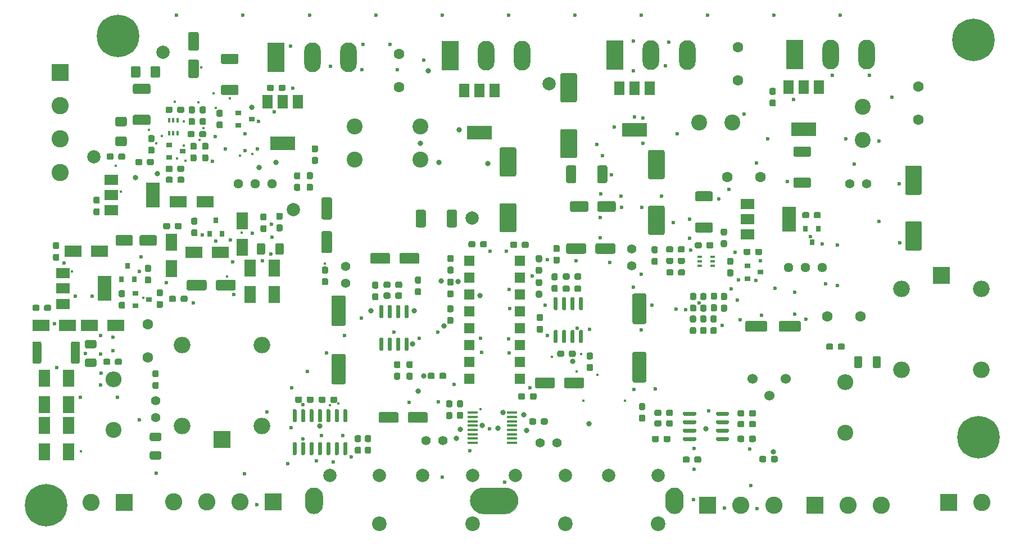
<source format=gbr>
%TF.GenerationSoftware,KiCad,Pcbnew,(5.99.0-1346-gf663f199b)*%
%TF.CreationDate,2020-04-22T12:45:50-04:00*%
%TF.ProjectId,AAMB,41414d42-2e6b-4696-9361-645f70636258,rev?*%
%TF.SameCoordinates,Original*%
%TF.FileFunction,Soldermask,Top*%
%TF.FilePolarity,Negative*%
%FSLAX46Y46*%
G04 Gerber Fmt 4.6, Leading zero omitted, Abs format (unit mm)*
G04 Created by KiCad (PCBNEW (5.99.0-1346-gf663f199b)) date 2020-04-22 12:45:50*
%MOMM*%
%LPD*%
G01*
G04 APERTURE LIST*
%ADD10C,0.100000*%
%ADD11C,6.400000*%
%ADD12R,1.600000X1.600000*%
%ADD13C,2.600000*%
%ADD14R,2.600000X2.600000*%
%ADD15O,2.500000X2.500000*%
%ADD16R,2.500000X2.500000*%
%ADD17C,1.440000*%
%ADD18C,2.200000*%
%ADD19C,2.000000*%
%ADD20C,1.524000*%
%ADD21O,2.400000X2.400000*%
%ADD22C,2.400000*%
%ADD23R,0.800000X0.900000*%
%ADD24R,1.500000X2.000000*%
%ADD25R,3.800000X2.000000*%
%ADD26R,2.000000X1.500000*%
%ADD27R,2.000000X3.800000*%
%ADD28R,0.900000X0.800000*%
%ADD29R,0.650000X0.400000*%
%ADD30R,0.400000X0.650000*%
%ADD31R,1.800000X2.500000*%
%ADD32R,2.500000X1.800000*%
%ADD33R,2.500000X4.500000*%
%ADD34O,2.500000X4.500000*%
%ADD35C,1.600000*%
%ADD36R,1.500000X0.450000*%
%ADD37C,1.400000*%
%ADD38C,0.800000*%
%ADD39C,0.400000*%
%ADD40C,0.600000*%
G04 APERTURE END LIST*
G36*
X141324800Y-118212800D02*
G01*
X141622800Y-118284800D01*
X141905800Y-118401800D01*
X142166800Y-118561800D01*
X142399800Y-118760800D01*
X142598800Y-118993800D01*
X142758800Y-119254800D01*
X142875800Y-119537800D01*
X142947800Y-119835800D01*
X142971800Y-120140800D01*
X142947800Y-120445800D01*
X142875800Y-120743800D01*
X142758800Y-121026800D01*
X142598800Y-121287800D01*
X142399800Y-121520800D01*
X142166800Y-121719800D01*
X141905800Y-121879800D01*
X141622800Y-121996800D01*
X141324800Y-122068800D01*
X141019800Y-122092800D01*
X137719800Y-122092800D01*
X137414800Y-122068800D01*
X137116800Y-121996800D01*
X136833800Y-121879800D01*
X136572800Y-121719800D01*
X136339800Y-121520800D01*
X136140800Y-121287800D01*
X135980800Y-121026800D01*
X135863800Y-120743800D01*
X135791800Y-120445800D01*
X135767800Y-120140800D01*
X135791800Y-119835800D01*
X135863800Y-119537800D01*
X135980800Y-119254800D01*
X136140800Y-118993800D01*
X136339800Y-118760800D01*
X136572800Y-118561800D01*
X136833800Y-118401800D01*
X137116800Y-118284800D01*
X137414800Y-118212800D01*
X137719800Y-118188800D01*
X141019800Y-118188800D01*
X141324800Y-118212800D01*
G37*
D10*
X141324800Y-118212800D02*
X141622800Y-118284800D01*
X141905800Y-118401800D01*
X142166800Y-118561800D01*
X142399800Y-118760800D01*
X142598800Y-118993800D01*
X142758800Y-119254800D01*
X142875800Y-119537800D01*
X142947800Y-119835800D01*
X142971800Y-120140800D01*
X142947800Y-120445800D01*
X142875800Y-120743800D01*
X142758800Y-121026800D01*
X142598800Y-121287800D01*
X142399800Y-121520800D01*
X142166800Y-121719800D01*
X141905800Y-121879800D01*
X141622800Y-121996800D01*
X141324800Y-122068800D01*
X141019800Y-122092800D01*
X137719800Y-122092800D01*
X137414800Y-122068800D01*
X137116800Y-121996800D01*
X136833800Y-121879800D01*
X136572800Y-121719800D01*
X136339800Y-121520800D01*
X136140800Y-121287800D01*
X135980800Y-121026800D01*
X135863800Y-120743800D01*
X135791800Y-120445800D01*
X135767800Y-120140800D01*
X135791800Y-119835800D01*
X135863800Y-119537800D01*
X135980800Y-119254800D01*
X136140800Y-118993800D01*
X136339800Y-118760800D01*
X136572800Y-118561800D01*
X136833800Y-118401800D01*
X137116800Y-118284800D01*
X137414800Y-118212800D01*
X137719800Y-118188800D01*
X141019800Y-118188800D01*
X141324800Y-118212800D01*
G36*
X112423800Y-118204800D02*
G01*
X112621800Y-118252800D01*
X112810800Y-118330800D01*
X112984800Y-118437800D01*
X113139800Y-118570800D01*
X113272800Y-118725800D01*
X113379800Y-118899800D01*
X113457800Y-119088800D01*
X113505800Y-119286800D01*
X113521800Y-119490800D01*
X113521800Y-120790800D01*
X113505800Y-120994800D01*
X113457800Y-121192800D01*
X113379800Y-121381800D01*
X113272800Y-121555800D01*
X113139800Y-121710800D01*
X112984800Y-121843800D01*
X112810800Y-121950800D01*
X112621800Y-122028800D01*
X112423800Y-122076800D01*
X112219800Y-122092800D01*
X112015800Y-122076800D01*
X111817800Y-122028800D01*
X111628800Y-121950800D01*
X111454800Y-121843800D01*
X111299800Y-121710800D01*
X111166800Y-121555800D01*
X111059800Y-121381800D01*
X110981800Y-121192800D01*
X110933800Y-120994800D01*
X110917800Y-120790800D01*
X110917800Y-119490800D01*
X110933800Y-119286800D01*
X110981800Y-119088800D01*
X111059800Y-118899800D01*
X111166800Y-118725800D01*
X111299800Y-118570800D01*
X111454800Y-118437800D01*
X111628800Y-118330800D01*
X111817800Y-118252800D01*
X112015800Y-118204800D01*
X112219800Y-118188800D01*
X112423800Y-118204800D01*
G37*
X112423800Y-118204800D02*
X112621800Y-118252800D01*
X112810800Y-118330800D01*
X112984800Y-118437800D01*
X113139800Y-118570800D01*
X113272800Y-118725800D01*
X113379800Y-118899800D01*
X113457800Y-119088800D01*
X113505800Y-119286800D01*
X113521800Y-119490800D01*
X113521800Y-120790800D01*
X113505800Y-120994800D01*
X113457800Y-121192800D01*
X113379800Y-121381800D01*
X113272800Y-121555800D01*
X113139800Y-121710800D01*
X112984800Y-121843800D01*
X112810800Y-121950800D01*
X112621800Y-122028800D01*
X112423800Y-122076800D01*
X112219800Y-122092800D01*
X112015800Y-122076800D01*
X111817800Y-122028800D01*
X111628800Y-121950800D01*
X111454800Y-121843800D01*
X111299800Y-121710800D01*
X111166800Y-121555800D01*
X111059800Y-121381800D01*
X110981800Y-121192800D01*
X110933800Y-120994800D01*
X110917800Y-120790800D01*
X110917800Y-119490800D01*
X110933800Y-119286800D01*
X110981800Y-119088800D01*
X111059800Y-118899800D01*
X111166800Y-118725800D01*
X111299800Y-118570800D01*
X111454800Y-118437800D01*
X111628800Y-118330800D01*
X111817800Y-118252800D01*
X112015800Y-118204800D01*
X112219800Y-118188800D01*
X112423800Y-118204800D01*
G36*
X166723800Y-118204800D02*
G01*
X166921800Y-118252800D01*
X167110800Y-118330800D01*
X167284800Y-118437800D01*
X167439800Y-118570800D01*
X167572800Y-118725800D01*
X167679800Y-118899800D01*
X167757800Y-119088800D01*
X167805800Y-119286800D01*
X167821800Y-119490800D01*
X167821800Y-120790800D01*
X167805800Y-120994800D01*
X167757800Y-121192800D01*
X167679800Y-121381800D01*
X167572800Y-121555800D01*
X167439800Y-121710800D01*
X167284800Y-121843800D01*
X167110800Y-121950800D01*
X166921800Y-122028800D01*
X166723800Y-122076800D01*
X166519800Y-122092800D01*
X166315800Y-122076800D01*
X166117800Y-122028800D01*
X165928800Y-121950800D01*
X165754800Y-121843800D01*
X165599800Y-121710800D01*
X165466800Y-121555800D01*
X165359800Y-121381800D01*
X165281800Y-121192800D01*
X165233800Y-120994800D01*
X165217800Y-120790800D01*
X165217800Y-119490800D01*
X165233800Y-119286800D01*
X165281800Y-119088800D01*
X165359800Y-118899800D01*
X165466800Y-118725800D01*
X165599800Y-118570800D01*
X165754800Y-118437800D01*
X165928800Y-118330800D01*
X166117800Y-118252800D01*
X166315800Y-118204800D01*
X166519800Y-118188800D01*
X166723800Y-118204800D01*
G37*
X166723800Y-118204800D02*
X166921800Y-118252800D01*
X167110800Y-118330800D01*
X167284800Y-118437800D01*
X167439800Y-118570800D01*
X167572800Y-118725800D01*
X167679800Y-118899800D01*
X167757800Y-119088800D01*
X167805800Y-119286800D01*
X167821800Y-119490800D01*
X167821800Y-120790800D01*
X167805800Y-120994800D01*
X167757800Y-121192800D01*
X167679800Y-121381800D01*
X167572800Y-121555800D01*
X167439800Y-121710800D01*
X167284800Y-121843800D01*
X167110800Y-121950800D01*
X166921800Y-122028800D01*
X166723800Y-122076800D01*
X166519800Y-122092800D01*
X166315800Y-122076800D01*
X166117800Y-122028800D01*
X165928800Y-121950800D01*
X165754800Y-121843800D01*
X165599800Y-121710800D01*
X165466800Y-121555800D01*
X165359800Y-121381800D01*
X165281800Y-121192800D01*
X165233800Y-120994800D01*
X165217800Y-120790800D01*
X165217800Y-119490800D01*
X165233800Y-119286800D01*
X165281800Y-119088800D01*
X165359800Y-118899800D01*
X165466800Y-118725800D01*
X165599800Y-118570800D01*
X165754800Y-118437800D01*
X165928800Y-118330800D01*
X166117800Y-118252800D01*
X166315800Y-118204800D01*
X166519800Y-118188800D01*
X166723800Y-118204800D01*
D11*
X71866760Y-120881140D03*
X82697320Y-50162460D03*
X212369400Y-110566200D03*
X211582000Y-50716180D03*
D12*
X135669020Y-101836220D03*
X143289020Y-84056220D03*
X135669020Y-99296220D03*
X143289020Y-86596220D03*
X135669020Y-96756220D03*
X143289020Y-89136220D03*
X135669020Y-94216220D03*
X143289020Y-91676220D03*
X135669020Y-91676220D03*
X143289020Y-94216220D03*
X135669020Y-89136220D03*
X143289020Y-96756220D03*
X135669020Y-86596220D03*
X143289020Y-99296220D03*
X135669020Y-84056220D03*
X143289020Y-101836220D03*
G36*
G01*
X148816200Y-91447720D02*
X148516200Y-91447720D01*
G75*
G02*
X148366200Y-91297720I0J150000D01*
G01*
X148366200Y-89647720D01*
G75*
G02*
X148516200Y-89497720I150000J0D01*
G01*
X148816200Y-89497720D01*
G75*
G02*
X148966200Y-89647720I0J-150000D01*
G01*
X148966200Y-91297720D01*
G75*
G02*
X148816200Y-91447720I-150000J0D01*
G01*
G37*
G36*
G01*
X150086200Y-91447720D02*
X149786200Y-91447720D01*
G75*
G02*
X149636200Y-91297720I0J150000D01*
G01*
X149636200Y-89647720D01*
G75*
G02*
X149786200Y-89497720I150000J0D01*
G01*
X150086200Y-89497720D01*
G75*
G02*
X150236200Y-89647720I0J-150000D01*
G01*
X150236200Y-91297720D01*
G75*
G02*
X150086200Y-91447720I-150000J0D01*
G01*
G37*
G36*
G01*
X151356200Y-91447720D02*
X151056200Y-91447720D01*
G75*
G02*
X150906200Y-91297720I0J150000D01*
G01*
X150906200Y-89647720D01*
G75*
G02*
X151056200Y-89497720I150000J0D01*
G01*
X151356200Y-89497720D01*
G75*
G02*
X151506200Y-89647720I0J-150000D01*
G01*
X151506200Y-91297720D01*
G75*
G02*
X151356200Y-91447720I-150000J0D01*
G01*
G37*
G36*
G01*
X152626200Y-91447720D02*
X152326200Y-91447720D01*
G75*
G02*
X152176200Y-91297720I0J150000D01*
G01*
X152176200Y-89647720D01*
G75*
G02*
X152326200Y-89497720I150000J0D01*
G01*
X152626200Y-89497720D01*
G75*
G02*
X152776200Y-89647720I0J-150000D01*
G01*
X152776200Y-91297720D01*
G75*
G02*
X152626200Y-91447720I-150000J0D01*
G01*
G37*
G36*
G01*
X152626200Y-96397720D02*
X152326200Y-96397720D01*
G75*
G02*
X152176200Y-96247720I0J150000D01*
G01*
X152176200Y-94597720D01*
G75*
G02*
X152326200Y-94447720I150000J0D01*
G01*
X152626200Y-94447720D01*
G75*
G02*
X152776200Y-94597720I0J-150000D01*
G01*
X152776200Y-96247720D01*
G75*
G02*
X152626200Y-96397720I-150000J0D01*
G01*
G37*
G36*
G01*
X151356200Y-96397720D02*
X151056200Y-96397720D01*
G75*
G02*
X150906200Y-96247720I0J150000D01*
G01*
X150906200Y-94597720D01*
G75*
G02*
X151056200Y-94447720I150000J0D01*
G01*
X151356200Y-94447720D01*
G75*
G02*
X151506200Y-94597720I0J-150000D01*
G01*
X151506200Y-96247720D01*
G75*
G02*
X151356200Y-96397720I-150000J0D01*
G01*
G37*
G36*
G01*
X150086200Y-96397720D02*
X149786200Y-96397720D01*
G75*
G02*
X149636200Y-96247720I0J150000D01*
G01*
X149636200Y-94597720D01*
G75*
G02*
X149786200Y-94447720I150000J0D01*
G01*
X150086200Y-94447720D01*
G75*
G02*
X150236200Y-94597720I0J-150000D01*
G01*
X150236200Y-96247720D01*
G75*
G02*
X150086200Y-96397720I-150000J0D01*
G01*
G37*
G36*
G01*
X148816200Y-96397720D02*
X148516200Y-96397720D01*
G75*
G02*
X148366200Y-96247720I0J150000D01*
G01*
X148366200Y-94597720D01*
G75*
G02*
X148516200Y-94447720I150000J0D01*
G01*
X148816200Y-94447720D01*
G75*
G02*
X148966200Y-94597720I0J-150000D01*
G01*
X148966200Y-96247720D01*
G75*
G02*
X148816200Y-96397720I-150000J0D01*
G01*
G37*
D13*
X212899000Y-120459500D03*
D14*
X207899000Y-120459500D03*
D15*
X212804260Y-88245700D03*
X212804260Y-100445700D03*
X200804260Y-100445700D03*
X200804260Y-88245700D03*
D16*
X206804260Y-86245700D03*
X98425000Y-110934500D03*
D15*
X104425000Y-108934500D03*
X104425000Y-96734500D03*
X92425000Y-96734500D03*
X92425000Y-108934500D03*
D17*
X188849000Y-85026500D03*
X186309000Y-85026500D03*
X183769000Y-85026500D03*
X105918000Y-72390000D03*
X103378000Y-72390000D03*
X100838000Y-72390000D03*
D14*
X83693000Y-120396000D03*
D13*
X78693000Y-120396000D03*
D14*
X74041000Y-55689500D03*
D13*
X74041000Y-60689500D03*
X74041000Y-65689500D03*
X74041000Y-70689500D03*
X91139000Y-120332500D03*
X96139000Y-120332500D03*
X101139000Y-120332500D03*
D14*
X106139000Y-120332500D03*
G36*
G01*
X161928820Y-106511640D02*
X161453820Y-106511640D01*
G75*
G02*
X161216320Y-106274140I0J237500D01*
G01*
X161216320Y-105699140D01*
G75*
G02*
X161453820Y-105461640I237500J0D01*
G01*
X161928820Y-105461640D01*
G75*
G02*
X162166320Y-105699140I0J-237500D01*
G01*
X162166320Y-106274140D01*
G75*
G02*
X161928820Y-106511640I-237500J0D01*
G01*
G37*
G36*
G01*
X161928820Y-108261640D02*
X161453820Y-108261640D01*
G75*
G02*
X161216320Y-108024140I0J237500D01*
G01*
X161216320Y-107449140D01*
G75*
G02*
X161453820Y-107211640I237500J0D01*
G01*
X161928820Y-107211640D01*
G75*
G02*
X162166320Y-107449140I0J-237500D01*
G01*
X162166320Y-108024140D01*
G75*
G02*
X161928820Y-108261640I-237500J0D01*
G01*
G37*
G36*
G01*
X115151000Y-89248500D02*
X116751000Y-89248500D01*
G75*
G02*
X117001000Y-89498500I0J-250000D01*
G01*
X117001000Y-93598500D01*
G75*
G02*
X116751000Y-93848500I-250000J0D01*
G01*
X115151000Y-93848500D01*
G75*
G02*
X114901000Y-93598500I0J250000D01*
G01*
X114901000Y-89498500D01*
G75*
G02*
X115151000Y-89248500I250000J0D01*
G01*
G37*
G36*
G01*
X115151000Y-98048500D02*
X116751000Y-98048500D01*
G75*
G02*
X117001000Y-98298500I0J-250000D01*
G01*
X117001000Y-102398500D01*
G75*
G02*
X116751000Y-102648500I-250000J0D01*
G01*
X115151000Y-102648500D01*
G75*
G02*
X114901000Y-102398500I0J250000D01*
G01*
X114901000Y-98298500D01*
G75*
G02*
X115151000Y-98048500I250000J0D01*
G01*
G37*
D18*
X150119800Y-123640800D03*
X136119800Y-123640800D03*
X122119800Y-123640800D03*
X164119800Y-123640800D03*
D19*
X150119800Y-116390800D03*
X142619800Y-116390800D03*
X136119800Y-116390800D03*
X128619800Y-116390800D03*
X122119800Y-116390800D03*
X114619800Y-116390800D03*
X164119800Y-116390800D03*
X156619800Y-116390800D03*
D20*
X183363000Y-101822500D03*
X180863000Y-104322500D03*
X178363000Y-101822500D03*
D14*
X187706000Y-120840500D03*
D13*
X192706000Y-120840500D03*
X197706000Y-120840500D03*
X181530000Y-120840500D03*
X176530000Y-120840500D03*
D14*
X171530000Y-120840500D03*
G36*
G01*
X126896500Y-100191500D02*
X126421500Y-100191500D01*
G75*
G02*
X126184000Y-99954000I0J237500D01*
G01*
X126184000Y-99379000D01*
G75*
G02*
X126421500Y-99141500I237500J0D01*
G01*
X126896500Y-99141500D01*
G75*
G02*
X127134000Y-99379000I0J-237500D01*
G01*
X127134000Y-99954000D01*
G75*
G02*
X126896500Y-100191500I-237500J0D01*
G01*
G37*
G36*
G01*
X126896500Y-101941500D02*
X126421500Y-101941500D01*
G75*
G02*
X126184000Y-101704000I0J237500D01*
G01*
X126184000Y-101129000D01*
G75*
G02*
X126421500Y-100891500I237500J0D01*
G01*
X126896500Y-100891500D01*
G75*
G02*
X127134000Y-101129000I0J-237500D01*
G01*
X127134000Y-101704000D01*
G75*
G02*
X126896500Y-101941500I-237500J0D01*
G01*
G37*
G36*
G01*
X121726500Y-88216500D02*
X121251500Y-88216500D01*
G75*
G02*
X121014000Y-87979000I0J237500D01*
G01*
X121014000Y-87404000D01*
G75*
G02*
X121251500Y-87166500I237500J0D01*
G01*
X121726500Y-87166500D01*
G75*
G02*
X121964000Y-87404000I0J-237500D01*
G01*
X121964000Y-87979000D01*
G75*
G02*
X121726500Y-88216500I-237500J0D01*
G01*
G37*
G36*
G01*
X121726500Y-89966500D02*
X121251500Y-89966500D01*
G75*
G02*
X121014000Y-89729000I0J237500D01*
G01*
X121014000Y-89154000D01*
G75*
G02*
X121251500Y-88916500I237500J0D01*
G01*
X121726500Y-88916500D01*
G75*
G02*
X121964000Y-89154000I0J-237500D01*
G01*
X121964000Y-89729000D01*
G75*
G02*
X121726500Y-89966500I-237500J0D01*
G01*
G37*
G36*
G01*
X83810000Y-63768000D02*
X82560000Y-63768000D01*
G75*
G02*
X82310000Y-63518000I0J250000D01*
G01*
X82310000Y-62593000D01*
G75*
G02*
X82560000Y-62343000I250000J0D01*
G01*
X83810000Y-62343000D01*
G75*
G02*
X84060000Y-62593000I0J-250000D01*
G01*
X84060000Y-63518000D01*
G75*
G02*
X83810000Y-63768000I-250000J0D01*
G01*
G37*
G36*
G01*
X83810000Y-66743000D02*
X82560000Y-66743000D01*
G75*
G02*
X82310000Y-66493000I0J250000D01*
G01*
X82310000Y-65568000D01*
G75*
G02*
X82560000Y-65318000I250000J0D01*
G01*
X83810000Y-65318000D01*
G75*
G02*
X84060000Y-65568000I0J-250000D01*
G01*
X84060000Y-66493000D01*
G75*
G02*
X83810000Y-66743000I-250000J0D01*
G01*
G37*
G36*
G01*
X87643000Y-56187500D02*
X87643000Y-54937500D01*
G75*
G02*
X87893000Y-54687500I250000J0D01*
G01*
X88818000Y-54687500D01*
G75*
G02*
X89068000Y-54937500I0J-250000D01*
G01*
X89068000Y-56187500D01*
G75*
G02*
X88818000Y-56437500I-250000J0D01*
G01*
X87893000Y-56437500D01*
G75*
G02*
X87643000Y-56187500I0J250000D01*
G01*
G37*
G36*
G01*
X84668000Y-56187500D02*
X84668000Y-54937500D01*
G75*
G02*
X84918000Y-54687500I250000J0D01*
G01*
X85843000Y-54687500D01*
G75*
G02*
X86093000Y-54937500I0J-250000D01*
G01*
X86093000Y-56187500D01*
G75*
G02*
X85843000Y-56437500I-250000J0D01*
G01*
X84918000Y-56437500D01*
G75*
G02*
X84668000Y-56187500I0J250000D01*
G01*
G37*
D21*
X192283000Y-102332500D03*
D22*
X192283000Y-109952500D03*
D21*
X82042000Y-101917500D03*
D22*
X82042000Y-109537500D03*
G36*
G01*
X75631000Y-99278501D02*
X75631000Y-96428499D01*
G75*
G02*
X75880999Y-96178500I249999J0D01*
G01*
X76731001Y-96178500D01*
G75*
G02*
X76981000Y-96428499I0J-249999D01*
G01*
X76981000Y-99278501D01*
G75*
G02*
X76731001Y-99528500I-249999J0D01*
G01*
X75880999Y-99528500D01*
G75*
G02*
X75631000Y-99278501I0J249999D01*
G01*
G37*
G36*
G01*
X69831000Y-99278501D02*
X69831000Y-96428499D01*
G75*
G02*
X70080999Y-96178500I249999J0D01*
G01*
X70931001Y-96178500D01*
G75*
G02*
X71181000Y-96428499I0J-249999D01*
G01*
X71181000Y-99278501D01*
G75*
G02*
X70931001Y-99528500I-249999J0D01*
G01*
X70080999Y-99528500D01*
G75*
G02*
X69831000Y-99278501I0J249999D01*
G01*
G37*
X175307000Y-63182500D03*
X170307000Y-63182500D03*
X194945000Y-65849500D03*
X194945000Y-60849500D03*
X118364000Y-68770500D03*
X118364000Y-63770500D03*
X128270000Y-68770500D03*
X128270000Y-63770500D03*
D23*
X187264000Y-81184500D03*
X186314000Y-79184500D03*
X188214000Y-79184500D03*
D24*
X162828000Y-58000500D03*
X158228000Y-58000500D03*
X160528000Y-58000500D03*
D25*
X160528000Y-64300500D03*
D24*
X188355000Y-57873500D03*
X183755000Y-57873500D03*
X186055000Y-57873500D03*
D25*
X186055000Y-64173500D03*
D26*
X177533000Y-75462500D03*
X177533000Y-80062500D03*
X177533000Y-77762500D03*
D27*
X183833000Y-77762500D03*
D28*
X179543000Y-85752500D03*
X177543000Y-86702500D03*
X177543000Y-84802500D03*
X102870000Y-62674500D03*
X100870000Y-63624500D03*
X100870000Y-61724500D03*
D24*
X109869000Y-60057500D03*
X105269000Y-60057500D03*
X107569000Y-60057500D03*
D25*
X107569000Y-66357500D03*
D24*
X139460000Y-58381500D03*
X134860000Y-58381500D03*
X137160000Y-58381500D03*
D25*
X137160000Y-64681500D03*
D26*
X81686000Y-71804500D03*
X81686000Y-76404500D03*
X81686000Y-74104500D03*
D27*
X87986000Y-74104500D03*
D28*
X92440000Y-67500500D03*
X90440000Y-68450500D03*
X90440000Y-66550500D03*
D26*
X74447000Y-85901500D03*
X74447000Y-90501500D03*
X74447000Y-88201500D03*
D27*
X80747000Y-88201500D03*
D23*
X84201000Y-84788500D03*
X85151000Y-86788500D03*
X83251000Y-86788500D03*
X97475000Y-77946500D03*
X98425000Y-79946500D03*
X96525000Y-79946500D03*
D29*
X170403000Y-84742500D03*
X170403000Y-83442500D03*
X172303000Y-84092500D03*
X170403000Y-84092500D03*
X172303000Y-83442500D03*
X172303000Y-84742500D03*
D30*
X90409000Y-62867500D03*
X91709000Y-62867500D03*
X91059000Y-64767500D03*
X91059000Y-62867500D03*
X91709000Y-64767500D03*
X90409000Y-64767500D03*
D28*
X87360000Y-89852500D03*
X85360000Y-90802500D03*
X85360000Y-88902500D03*
G36*
G01*
X172730500Y-89877500D02*
X172255500Y-89877500D01*
G75*
G02*
X172018000Y-89640000I0J237500D01*
G01*
X172018000Y-89065000D01*
G75*
G02*
X172255500Y-88827500I237500J0D01*
G01*
X172730500Y-88827500D01*
G75*
G02*
X172968000Y-89065000I0J-237500D01*
G01*
X172968000Y-89640000D01*
G75*
G02*
X172730500Y-89877500I-237500J0D01*
G01*
G37*
G36*
G01*
X172730500Y-91627500D02*
X172255500Y-91627500D01*
G75*
G02*
X172018000Y-91390000I0J237500D01*
G01*
X172018000Y-90815000D01*
G75*
G02*
X172255500Y-90577500I237500J0D01*
G01*
X172730500Y-90577500D01*
G75*
G02*
X172968000Y-90815000I0J-237500D01*
G01*
X172968000Y-91390000D01*
G75*
G02*
X172730500Y-91627500I-237500J0D01*
G01*
G37*
G36*
G01*
X90977000Y-71581000D02*
X90977000Y-72056000D01*
G75*
G02*
X90739500Y-72293500I-237500J0D01*
G01*
X90164500Y-72293500D01*
G75*
G02*
X89927000Y-72056000I0J237500D01*
G01*
X89927000Y-71581000D01*
G75*
G02*
X90164500Y-71343500I237500J0D01*
G01*
X90739500Y-71343500D01*
G75*
G02*
X90977000Y-71581000I0J-237500D01*
G01*
G37*
G36*
G01*
X92727000Y-71581000D02*
X92727000Y-72056000D01*
G75*
G02*
X92489500Y-72293500I-237500J0D01*
G01*
X91914500Y-72293500D01*
G75*
G02*
X91677000Y-72056000I0J237500D01*
G01*
X91677000Y-71581000D01*
G75*
G02*
X91914500Y-71343500I237500J0D01*
G01*
X92489500Y-71343500D01*
G75*
G02*
X92727000Y-71581000I0J-237500D01*
G01*
G37*
G36*
G01*
X88789500Y-90075500D02*
X89264500Y-90075500D01*
G75*
G02*
X89502000Y-90313000I0J-237500D01*
G01*
X89502000Y-90888000D01*
G75*
G02*
X89264500Y-91125500I-237500J0D01*
G01*
X88789500Y-91125500D01*
G75*
G02*
X88552000Y-90888000I0J237500D01*
G01*
X88552000Y-90313000D01*
G75*
G02*
X88789500Y-90075500I237500J0D01*
G01*
G37*
G36*
G01*
X88789500Y-88325500D02*
X89264500Y-88325500D01*
G75*
G02*
X89502000Y-88563000I0J-237500D01*
G01*
X89502000Y-89138000D01*
G75*
G02*
X89264500Y-89375500I-237500J0D01*
G01*
X88789500Y-89375500D01*
G75*
G02*
X88552000Y-89138000I0J237500D01*
G01*
X88552000Y-88563000D01*
G75*
G02*
X88789500Y-88325500I237500J0D01*
G01*
G37*
G36*
G01*
X142478000Y-71342500D02*
X140478000Y-71342500D01*
G75*
G02*
X140228000Y-71092500I0J250000D01*
G01*
X140228000Y-67192500D01*
G75*
G02*
X140478000Y-66942500I250000J0D01*
G01*
X142478000Y-66942500D01*
G75*
G02*
X142728000Y-67192500I0J-250000D01*
G01*
X142728000Y-71092500D01*
G75*
G02*
X142478000Y-71342500I-250000J0D01*
G01*
G37*
G36*
G01*
X142478000Y-79742500D02*
X140478000Y-79742500D01*
G75*
G02*
X140228000Y-79492500I0J250000D01*
G01*
X140228000Y-75592500D01*
G75*
G02*
X140478000Y-75342500I250000J0D01*
G01*
X142478000Y-75342500D01*
G75*
G02*
X142728000Y-75592500I0J-250000D01*
G01*
X142728000Y-79492500D01*
G75*
G02*
X142478000Y-79742500I-250000J0D01*
G01*
G37*
G36*
G01*
X201565000Y-78082000D02*
X203565000Y-78082000D01*
G75*
G02*
X203815000Y-78332000I0J-250000D01*
G01*
X203815000Y-82232000D01*
G75*
G02*
X203565000Y-82482000I-250000J0D01*
G01*
X201565000Y-82482000D01*
G75*
G02*
X201315000Y-82232000I0J250000D01*
G01*
X201315000Y-78332000D01*
G75*
G02*
X201565000Y-78082000I250000J0D01*
G01*
G37*
G36*
G01*
X201565000Y-69682000D02*
X203565000Y-69682000D01*
G75*
G02*
X203815000Y-69932000I0J-250000D01*
G01*
X203815000Y-73832000D01*
G75*
G02*
X203565000Y-74082000I-250000J0D01*
G01*
X201565000Y-74082000D01*
G75*
G02*
X201315000Y-73832000I0J250000D01*
G01*
X201315000Y-69932000D01*
G75*
G02*
X201565000Y-69682000I250000J0D01*
G01*
G37*
G36*
G01*
X169115500Y-94017500D02*
X169590500Y-94017500D01*
G75*
G02*
X169828000Y-94255000I0J-237500D01*
G01*
X169828000Y-94830000D01*
G75*
G02*
X169590500Y-95067500I-237500J0D01*
G01*
X169115500Y-95067500D01*
G75*
G02*
X168878000Y-94830000I0J237500D01*
G01*
X168878000Y-94255000D01*
G75*
G02*
X169115500Y-94017500I237500J0D01*
G01*
G37*
G36*
G01*
X169115500Y-92267500D02*
X169590500Y-92267500D01*
G75*
G02*
X169828000Y-92505000I0J-237500D01*
G01*
X169828000Y-93080000D01*
G75*
G02*
X169590500Y-93317500I-237500J0D01*
G01*
X169115500Y-93317500D01*
G75*
G02*
X168878000Y-93080000I0J237500D01*
G01*
X168878000Y-92505000D01*
G75*
G02*
X169115500Y-92267500I237500J0D01*
G01*
G37*
G36*
G01*
X180538000Y-93342500D02*
X180538000Y-94442500D01*
G75*
G02*
X180288000Y-94692500I-250000J0D01*
G01*
X177463000Y-94692500D01*
G75*
G02*
X177213000Y-94442500I0J250000D01*
G01*
X177213000Y-93342500D01*
G75*
G02*
X177463000Y-93092500I250000J0D01*
G01*
X180288000Y-93092500D01*
G75*
G02*
X180538000Y-93342500I0J-250000D01*
G01*
G37*
G36*
G01*
X185613000Y-93342500D02*
X185613000Y-94442500D01*
G75*
G02*
X185363000Y-94692500I-250000J0D01*
G01*
X182538000Y-94692500D01*
G75*
G02*
X182288000Y-94442500I0J250000D01*
G01*
X182288000Y-93342500D01*
G75*
G02*
X182538000Y-93092500I250000J0D01*
G01*
X185363000Y-93092500D01*
G75*
G02*
X185613000Y-93342500I0J-250000D01*
G01*
G37*
G36*
G01*
X178718000Y-82920000D02*
X178718000Y-82445000D01*
G75*
G02*
X178955500Y-82207500I237500J0D01*
G01*
X179530500Y-82207500D01*
G75*
G02*
X179768000Y-82445000I0J-237500D01*
G01*
X179768000Y-82920000D01*
G75*
G02*
X179530500Y-83157500I-237500J0D01*
G01*
X178955500Y-83157500D01*
G75*
G02*
X178718000Y-82920000I0J237500D01*
G01*
G37*
G36*
G01*
X176968000Y-82920000D02*
X176968000Y-82445000D01*
G75*
G02*
X177205500Y-82207500I237500J0D01*
G01*
X177780500Y-82207500D01*
G75*
G02*
X178018000Y-82445000I0J-237500D01*
G01*
X178018000Y-82920000D01*
G75*
G02*
X177780500Y-83157500I-237500J0D01*
G01*
X177205500Y-83157500D01*
G75*
G02*
X176968000Y-82920000I0J237500D01*
G01*
G37*
G36*
G01*
X154946500Y-76399500D02*
X154946500Y-75299500D01*
G75*
G02*
X155196500Y-75049500I250000J0D01*
G01*
X157471500Y-75049500D01*
G75*
G02*
X157721500Y-75299500I0J-250000D01*
G01*
X157721500Y-76399500D01*
G75*
G02*
X157471500Y-76649500I-250000J0D01*
G01*
X155196500Y-76649500D01*
G75*
G02*
X154946500Y-76399500I0J250000D01*
G01*
G37*
G36*
G01*
X150821500Y-76399500D02*
X150821500Y-75299500D01*
G75*
G02*
X151071500Y-75049500I250000J0D01*
G01*
X153346500Y-75049500D01*
G75*
G02*
X153596500Y-75299500I0J-250000D01*
G01*
X153596500Y-76399500D01*
G75*
G02*
X153346500Y-76649500I-250000J0D01*
G01*
X151071500Y-76649500D01*
G75*
G02*
X150821500Y-76399500I0J250000D01*
G01*
G37*
G36*
G01*
X167103000Y-86020000D02*
X167103000Y-85545000D01*
G75*
G02*
X167340500Y-85307500I237500J0D01*
G01*
X167915500Y-85307500D01*
G75*
G02*
X168153000Y-85545000I0J-237500D01*
G01*
X168153000Y-86020000D01*
G75*
G02*
X167915500Y-86257500I-237500J0D01*
G01*
X167340500Y-86257500D01*
G75*
G02*
X167103000Y-86020000I0J237500D01*
G01*
G37*
G36*
G01*
X165353000Y-86020000D02*
X165353000Y-85545000D01*
G75*
G02*
X165590500Y-85307500I237500J0D01*
G01*
X166165500Y-85307500D01*
G75*
G02*
X166403000Y-85545000I0J-237500D01*
G01*
X166403000Y-86020000D01*
G75*
G02*
X166165500Y-86257500I-237500J0D01*
G01*
X165590500Y-86257500D01*
G75*
G02*
X165353000Y-86020000I0J237500D01*
G01*
G37*
G36*
G01*
X151622000Y-60166500D02*
X149622000Y-60166500D01*
G75*
G02*
X149372000Y-59916500I0J250000D01*
G01*
X149372000Y-56016500D01*
G75*
G02*
X149622000Y-55766500I250000J0D01*
G01*
X151622000Y-55766500D01*
G75*
G02*
X151872000Y-56016500I0J-250000D01*
G01*
X151872000Y-59916500D01*
G75*
G02*
X151622000Y-60166500I-250000J0D01*
G01*
G37*
G36*
G01*
X151622000Y-68566500D02*
X149622000Y-68566500D01*
G75*
G02*
X149372000Y-68316500I0J250000D01*
G01*
X149372000Y-64416500D01*
G75*
G02*
X149622000Y-64166500I250000J0D01*
G01*
X151622000Y-64166500D01*
G75*
G02*
X151872000Y-64416500I0J-250000D01*
G01*
X151872000Y-68316500D01*
G75*
G02*
X151622000Y-68566500I-250000J0D01*
G01*
G37*
G36*
G01*
X162830000Y-75723500D02*
X164830000Y-75723500D01*
G75*
G02*
X165080000Y-75973500I0J-250000D01*
G01*
X165080000Y-79873500D01*
G75*
G02*
X164830000Y-80123500I-250000J0D01*
G01*
X162830000Y-80123500D01*
G75*
G02*
X162580000Y-79873500I0J250000D01*
G01*
X162580000Y-75973500D01*
G75*
G02*
X162830000Y-75723500I250000J0D01*
G01*
G37*
G36*
G01*
X162830000Y-67323500D02*
X164830000Y-67323500D01*
G75*
G02*
X165080000Y-67573500I0J-250000D01*
G01*
X165080000Y-71473500D01*
G75*
G02*
X164830000Y-71723500I-250000J0D01*
G01*
X162830000Y-71723500D01*
G75*
G02*
X162580000Y-71473500I0J250000D01*
G01*
X162580000Y-67573500D01*
G75*
G02*
X162830000Y-67323500I250000J0D01*
G01*
G37*
G36*
G01*
X106917000Y-58213000D02*
X106917000Y-57738000D01*
G75*
G02*
X107154500Y-57500500I237500J0D01*
G01*
X107729500Y-57500500D01*
G75*
G02*
X107967000Y-57738000I0J-237500D01*
G01*
X107967000Y-58213000D01*
G75*
G02*
X107729500Y-58450500I-237500J0D01*
G01*
X107154500Y-58450500D01*
G75*
G02*
X106917000Y-58213000I0J237500D01*
G01*
G37*
G36*
G01*
X105167000Y-58213000D02*
X105167000Y-57738000D01*
G75*
G02*
X105404500Y-57500500I237500J0D01*
G01*
X105979500Y-57500500D01*
G75*
G02*
X106217000Y-57738000I0J-237500D01*
G01*
X106217000Y-58213000D01*
G75*
G02*
X105979500Y-58450500I-237500J0D01*
G01*
X105404500Y-58450500D01*
G75*
G02*
X105167000Y-58213000I0J237500D01*
G01*
G37*
G36*
G01*
X114723000Y-77801500D02*
X113623000Y-77801500D01*
G75*
G02*
X113373000Y-77551500I0J250000D01*
G01*
X113373000Y-74726500D01*
G75*
G02*
X113623000Y-74476500I250000J0D01*
G01*
X114723000Y-74476500D01*
G75*
G02*
X114973000Y-74726500I0J-250000D01*
G01*
X114973000Y-77551500D01*
G75*
G02*
X114723000Y-77801500I-250000J0D01*
G01*
G37*
G36*
G01*
X114723000Y-82876500D02*
X113623000Y-82876500D01*
G75*
G02*
X113373000Y-82626500I0J250000D01*
G01*
X113373000Y-79801500D01*
G75*
G02*
X113623000Y-79551500I250000J0D01*
G01*
X114723000Y-79551500D01*
G75*
G02*
X114973000Y-79801500I0J-250000D01*
G01*
X114973000Y-82626500D01*
G75*
G02*
X114723000Y-82876500I-250000J0D01*
G01*
G37*
G36*
G01*
X79739500Y-75419500D02*
X79264500Y-75419500D01*
G75*
G02*
X79027000Y-75182000I0J237500D01*
G01*
X79027000Y-74607000D01*
G75*
G02*
X79264500Y-74369500I237500J0D01*
G01*
X79739500Y-74369500D01*
G75*
G02*
X79977000Y-74607000I0J-237500D01*
G01*
X79977000Y-75182000D01*
G75*
G02*
X79739500Y-75419500I-237500J0D01*
G01*
G37*
G36*
G01*
X79739500Y-77169500D02*
X79264500Y-77169500D01*
G75*
G02*
X79027000Y-76932000I0J237500D01*
G01*
X79027000Y-76357000D01*
G75*
G02*
X79264500Y-76119500I237500J0D01*
G01*
X79739500Y-76119500D01*
G75*
G02*
X79977000Y-76357000I0J-237500D01*
G01*
X79977000Y-76932000D01*
G75*
G02*
X79739500Y-77169500I-237500J0D01*
G01*
G37*
G36*
G01*
X93557000Y-53697500D02*
X94657000Y-53697500D01*
G75*
G02*
X94907000Y-53947500I0J-250000D01*
G01*
X94907000Y-56222500D01*
G75*
G02*
X94657000Y-56472500I-250000J0D01*
G01*
X93557000Y-56472500D01*
G75*
G02*
X93307000Y-56222500I0J250000D01*
G01*
X93307000Y-53947500D01*
G75*
G02*
X93557000Y-53697500I250000J0D01*
G01*
G37*
G36*
G01*
X93557000Y-49572500D02*
X94657000Y-49572500D01*
G75*
G02*
X94907000Y-49822500I0J-250000D01*
G01*
X94907000Y-52097500D01*
G75*
G02*
X94657000Y-52347500I-250000J0D01*
G01*
X93557000Y-52347500D01*
G75*
G02*
X93307000Y-52097500I0J250000D01*
G01*
X93307000Y-49822500D01*
G75*
G02*
X93557000Y-49572500I250000J0D01*
G01*
G37*
G36*
G01*
X93615500Y-62516500D02*
X94090500Y-62516500D01*
G75*
G02*
X94328000Y-62754000I0J-237500D01*
G01*
X94328000Y-63329000D01*
G75*
G02*
X94090500Y-63566500I-237500J0D01*
G01*
X93615500Y-63566500D01*
G75*
G02*
X93378000Y-63329000I0J237500D01*
G01*
X93378000Y-62754000D01*
G75*
G02*
X93615500Y-62516500I237500J0D01*
G01*
G37*
G36*
G01*
X93615500Y-60766500D02*
X94090500Y-60766500D01*
G75*
G02*
X94328000Y-61004000I0J-237500D01*
G01*
X94328000Y-61579000D01*
G75*
G02*
X94090500Y-61816500I-237500J0D01*
G01*
X93615500Y-61816500D01*
G75*
G02*
X93378000Y-61579000I0J237500D01*
G01*
X93378000Y-61004000D01*
G75*
G02*
X93615500Y-60766500I237500J0D01*
G01*
G37*
G36*
G01*
X123729000Y-83106500D02*
X123729000Y-84206500D01*
G75*
G02*
X123479000Y-84456500I-250000J0D01*
G01*
X120979000Y-84456500D01*
G75*
G02*
X120729000Y-84206500I0J250000D01*
G01*
X120729000Y-83106500D01*
G75*
G02*
X120979000Y-82856500I250000J0D01*
G01*
X123479000Y-82856500D01*
G75*
G02*
X123729000Y-83106500I0J-250000D01*
G01*
G37*
G36*
G01*
X128129000Y-83106500D02*
X128129000Y-84206500D01*
G75*
G02*
X127879000Y-84456500I-250000J0D01*
G01*
X125379000Y-84456500D01*
G75*
G02*
X125129000Y-84206500I0J250000D01*
G01*
X125129000Y-83106500D01*
G75*
G02*
X125379000Y-82856500I250000J0D01*
G01*
X127879000Y-82856500D01*
G75*
G02*
X128129000Y-83106500I0J-250000D01*
G01*
G37*
G36*
G01*
X154653000Y-82732500D02*
X154653000Y-81632500D01*
G75*
G02*
X154903000Y-81382500I250000J0D01*
G01*
X157403000Y-81382500D01*
G75*
G02*
X157653000Y-81632500I0J-250000D01*
G01*
X157653000Y-82732500D01*
G75*
G02*
X157403000Y-82982500I-250000J0D01*
G01*
X154903000Y-82982500D01*
G75*
G02*
X154653000Y-82732500I0J250000D01*
G01*
G37*
G36*
G01*
X150253000Y-82732500D02*
X150253000Y-81632500D01*
G75*
G02*
X150503000Y-81382500I250000J0D01*
G01*
X153003000Y-81382500D01*
G75*
G02*
X153253000Y-81632500I0J-250000D01*
G01*
X153253000Y-82732500D01*
G75*
G02*
X153003000Y-82982500I-250000J0D01*
G01*
X150503000Y-82982500D01*
G75*
G02*
X150253000Y-82732500I0J250000D01*
G01*
G37*
G36*
G01*
X124989000Y-107082500D02*
X124989000Y-108182500D01*
G75*
G02*
X124739000Y-108432500I-250000J0D01*
G01*
X122239000Y-108432500D01*
G75*
G02*
X121989000Y-108182500I0J250000D01*
G01*
X121989000Y-107082500D01*
G75*
G02*
X122239000Y-106832500I250000J0D01*
G01*
X124739000Y-106832500D01*
G75*
G02*
X124989000Y-107082500I0J-250000D01*
G01*
G37*
G36*
G01*
X129389000Y-107082500D02*
X129389000Y-108182500D01*
G75*
G02*
X129139000Y-108432500I-250000J0D01*
G01*
X126639000Y-108432500D01*
G75*
G02*
X126389000Y-108182500I0J250000D01*
G01*
X126389000Y-107082500D01*
G75*
G02*
X126639000Y-106832500I250000J0D01*
G01*
X129139000Y-106832500D01*
G75*
G02*
X129389000Y-107082500I0J-250000D01*
G01*
G37*
G36*
G01*
X149933000Y-102962500D02*
X149933000Y-101862500D01*
G75*
G02*
X150183000Y-101612500I250000J0D01*
G01*
X152683000Y-101612500D01*
G75*
G02*
X152933000Y-101862500I0J-250000D01*
G01*
X152933000Y-102962500D01*
G75*
G02*
X152683000Y-103212500I-250000J0D01*
G01*
X150183000Y-103212500D01*
G75*
G02*
X149933000Y-102962500I0J250000D01*
G01*
G37*
G36*
G01*
X145533000Y-102962500D02*
X145533000Y-101862500D01*
G75*
G02*
X145783000Y-101612500I250000J0D01*
G01*
X148283000Y-101612500D01*
G75*
G02*
X148533000Y-101862500I0J-250000D01*
G01*
X148533000Y-102962500D01*
G75*
G02*
X148283000Y-103212500I-250000J0D01*
G01*
X145783000Y-103212500D01*
G75*
G02*
X145533000Y-102962500I0J250000D01*
G01*
G37*
G36*
G01*
X87767000Y-112725500D02*
X89017000Y-112725500D01*
G75*
G02*
X89267000Y-112975500I0J-250000D01*
G01*
X89267000Y-113725500D01*
G75*
G02*
X89017000Y-113975500I-250000J0D01*
G01*
X87767000Y-113975500D01*
G75*
G02*
X87517000Y-113725500I0J250000D01*
G01*
X87517000Y-112975500D01*
G75*
G02*
X87767000Y-112725500I250000J0D01*
G01*
G37*
G36*
G01*
X87767000Y-109925500D02*
X89017000Y-109925500D01*
G75*
G02*
X89267000Y-110175500I0J-250000D01*
G01*
X89267000Y-110925500D01*
G75*
G02*
X89017000Y-111175500I-250000J0D01*
G01*
X87767000Y-111175500D01*
G75*
G02*
X87517000Y-110925500I0J250000D01*
G01*
X87517000Y-110175500D01*
G75*
G02*
X87767000Y-109925500I250000J0D01*
G01*
G37*
G36*
G01*
X196408000Y-99907500D02*
X196408000Y-98657500D01*
G75*
G02*
X196658000Y-98407500I250000J0D01*
G01*
X197408000Y-98407500D01*
G75*
G02*
X197658000Y-98657500I0J-250000D01*
G01*
X197658000Y-99907500D01*
G75*
G02*
X197408000Y-100157500I-250000J0D01*
G01*
X196658000Y-100157500D01*
G75*
G02*
X196408000Y-99907500I0J250000D01*
G01*
G37*
G36*
G01*
X193608000Y-99907500D02*
X193608000Y-98657500D01*
G75*
G02*
X193858000Y-98407500I250000J0D01*
G01*
X194608000Y-98407500D01*
G75*
G02*
X194858000Y-98657500I0J-250000D01*
G01*
X194858000Y-99907500D01*
G75*
G02*
X194608000Y-100157500I-250000J0D01*
G01*
X193858000Y-100157500D01*
G75*
G02*
X193608000Y-99907500I0J250000D01*
G01*
G37*
G36*
G01*
X84971000Y-80412500D02*
X84971000Y-81512500D01*
G75*
G02*
X84721000Y-81762500I-250000J0D01*
G01*
X82621000Y-81762500D01*
G75*
G02*
X82371000Y-81512500I0J250000D01*
G01*
X82371000Y-80412500D01*
G75*
G02*
X82621000Y-80162500I250000J0D01*
G01*
X84721000Y-80162500D01*
G75*
G02*
X84971000Y-80412500I0J-250000D01*
G01*
G37*
G36*
G01*
X88571000Y-80412500D02*
X88571000Y-81512500D01*
G75*
G02*
X88321000Y-81762500I-250000J0D01*
G01*
X86221000Y-81762500D01*
G75*
G02*
X85971000Y-81512500I0J250000D01*
G01*
X85971000Y-80412500D01*
G75*
G02*
X86221000Y-80162500I250000J0D01*
G01*
X88321000Y-80162500D01*
G75*
G02*
X88571000Y-80412500I0J-250000D01*
G01*
G37*
G36*
G01*
X97474000Y-88243500D02*
X97474000Y-87143500D01*
G75*
G02*
X97724000Y-86893500I250000J0D01*
G01*
X100224000Y-86893500D01*
G75*
G02*
X100474000Y-87143500I0J-250000D01*
G01*
X100474000Y-88243500D01*
G75*
G02*
X100224000Y-88493500I-250000J0D01*
G01*
X97724000Y-88493500D01*
G75*
G02*
X97474000Y-88243500I0J250000D01*
G01*
G37*
G36*
G01*
X93074000Y-88243500D02*
X93074000Y-87143500D01*
G75*
G02*
X93324000Y-86893500I250000J0D01*
G01*
X95824000Y-86893500D01*
G75*
G02*
X96074000Y-87143500I0J-250000D01*
G01*
X96074000Y-88243500D01*
G75*
G02*
X95824000Y-88493500I-250000J0D01*
G01*
X93324000Y-88493500D01*
G75*
G02*
X93074000Y-88243500I0J250000D01*
G01*
G37*
G36*
G01*
X104892000Y-81607500D02*
X104892000Y-82857500D01*
G75*
G02*
X104642000Y-83107500I-250000J0D01*
G01*
X103892000Y-83107500D01*
G75*
G02*
X103642000Y-82857500I0J250000D01*
G01*
X103642000Y-81607500D01*
G75*
G02*
X103892000Y-81357500I250000J0D01*
G01*
X104642000Y-81357500D01*
G75*
G02*
X104892000Y-81607500I0J-250000D01*
G01*
G37*
G36*
G01*
X107692000Y-81607500D02*
X107692000Y-82857500D01*
G75*
G02*
X107442000Y-83107500I-250000J0D01*
G01*
X106692000Y-83107500D01*
G75*
G02*
X106442000Y-82857500I0J250000D01*
G01*
X106442000Y-81607500D01*
G75*
G02*
X106692000Y-81357500I250000J0D01*
G01*
X107442000Y-81357500D01*
G75*
G02*
X107692000Y-81607500I0J-250000D01*
G01*
G37*
G36*
G01*
X79238000Y-97205500D02*
X77988000Y-97205500D01*
G75*
G02*
X77738000Y-96955500I0J250000D01*
G01*
X77738000Y-96205500D01*
G75*
G02*
X77988000Y-95955500I250000J0D01*
G01*
X79238000Y-95955500D01*
G75*
G02*
X79488000Y-96205500I0J-250000D01*
G01*
X79488000Y-96955500D01*
G75*
G02*
X79238000Y-97205500I-250000J0D01*
G01*
G37*
G36*
G01*
X79238000Y-100005500D02*
X77988000Y-100005500D01*
G75*
G02*
X77738000Y-99755500I0J250000D01*
G01*
X77738000Y-99005500D01*
G75*
G02*
X77988000Y-98755500I250000J0D01*
G01*
X79238000Y-98755500D01*
G75*
G02*
X79488000Y-99005500I0J-250000D01*
G01*
X79488000Y-99755500D01*
G75*
G02*
X79238000Y-100005500I-250000J0D01*
G01*
G37*
D31*
X106299000Y-89090500D03*
X106299000Y-85090500D03*
X102616000Y-89090500D03*
X102616000Y-85090500D03*
X75311000Y-108807500D03*
X75311000Y-112807500D03*
X71628000Y-105695500D03*
X71628000Y-101695500D03*
D32*
X71120000Y-93789500D03*
X75120000Y-93789500D03*
X75978000Y-82613500D03*
X79978000Y-82613500D03*
X91821000Y-75120500D03*
X95821000Y-75120500D03*
X94139000Y-82740500D03*
X98139000Y-82740500D03*
D31*
X101473000Y-77978500D03*
X101473000Y-81978500D03*
X90805000Y-81216500D03*
X90805000Y-85216500D03*
D32*
X78391000Y-93789500D03*
X82391000Y-93789500D03*
G36*
G01*
X122739000Y-87874000D02*
X122739000Y-87399000D01*
G75*
G02*
X122976500Y-87161500I237500J0D01*
G01*
X123551500Y-87161500D01*
G75*
G02*
X123789000Y-87399000I0J-237500D01*
G01*
X123789000Y-87874000D01*
G75*
G02*
X123551500Y-88111500I-237500J0D01*
G01*
X122976500Y-88111500D01*
G75*
G02*
X122739000Y-87874000I0J237500D01*
G01*
G37*
G36*
G01*
X124489000Y-87874000D02*
X124489000Y-87399000D01*
G75*
G02*
X124726500Y-87161500I237500J0D01*
G01*
X125301500Y-87161500D01*
G75*
G02*
X125539000Y-87399000I0J-237500D01*
G01*
X125539000Y-87874000D01*
G75*
G02*
X125301500Y-88111500I-237500J0D01*
G01*
X124726500Y-88111500D01*
G75*
G02*
X124489000Y-87874000I0J237500D01*
G01*
G37*
G36*
G01*
X165968000Y-110640000D02*
X165968000Y-111115000D01*
G75*
G02*
X165730500Y-111352500I-237500J0D01*
G01*
X165155500Y-111352500D01*
G75*
G02*
X164918000Y-111115000I0J237500D01*
G01*
X164918000Y-110640000D01*
G75*
G02*
X165155500Y-110402500I237500J0D01*
G01*
X165730500Y-110402500D01*
G75*
G02*
X165968000Y-110640000I0J-237500D01*
G01*
G37*
G36*
G01*
X164218000Y-110640000D02*
X164218000Y-111115000D01*
G75*
G02*
X163980500Y-111352500I-237500J0D01*
G01*
X163405500Y-111352500D01*
G75*
G02*
X163168000Y-111115000I0J237500D01*
G01*
X163168000Y-110640000D01*
G75*
G02*
X163405500Y-110402500I237500J0D01*
G01*
X163980500Y-110402500D01*
G75*
G02*
X164218000Y-110640000I0J-237500D01*
G01*
G37*
G36*
G01*
X177093000Y-106765000D02*
X177093000Y-107240000D01*
G75*
G02*
X176855500Y-107477500I-237500J0D01*
G01*
X176280500Y-107477500D01*
G75*
G02*
X176043000Y-107240000I0J237500D01*
G01*
X176043000Y-106765000D01*
G75*
G02*
X176280500Y-106527500I237500J0D01*
G01*
X176855500Y-106527500D01*
G75*
G02*
X177093000Y-106765000I0J-237500D01*
G01*
G37*
G36*
G01*
X178843000Y-106765000D02*
X178843000Y-107240000D01*
G75*
G02*
X178605500Y-107477500I-237500J0D01*
G01*
X178030500Y-107477500D01*
G75*
G02*
X177793000Y-107240000I0J237500D01*
G01*
X177793000Y-106765000D01*
G75*
G02*
X178030500Y-106527500I237500J0D01*
G01*
X178605500Y-106527500D01*
G75*
G02*
X178843000Y-106765000I0J-237500D01*
G01*
G37*
G36*
G01*
X148750500Y-88717500D02*
X148275500Y-88717500D01*
G75*
G02*
X148038000Y-88480000I0J237500D01*
G01*
X148038000Y-87905000D01*
G75*
G02*
X148275500Y-87667500I237500J0D01*
G01*
X148750500Y-87667500D01*
G75*
G02*
X148988000Y-87905000I0J-237500D01*
G01*
X148988000Y-88480000D01*
G75*
G02*
X148750500Y-88717500I-237500J0D01*
G01*
G37*
G36*
G01*
X148750500Y-86967500D02*
X148275500Y-86967500D01*
G75*
G02*
X148038000Y-86730000I0J237500D01*
G01*
X148038000Y-86155000D01*
G75*
G02*
X148275500Y-85917500I237500J0D01*
G01*
X148750500Y-85917500D01*
G75*
G02*
X148988000Y-86155000I0J-237500D01*
G01*
X148988000Y-86730000D01*
G75*
G02*
X148750500Y-86967500I-237500J0D01*
G01*
G37*
G36*
G01*
X154040500Y-98882500D02*
X153565500Y-98882500D01*
G75*
G02*
X153328000Y-98645000I0J237500D01*
G01*
X153328000Y-98070000D01*
G75*
G02*
X153565500Y-97832500I237500J0D01*
G01*
X154040500Y-97832500D01*
G75*
G02*
X154278000Y-98070000I0J-237500D01*
G01*
X154278000Y-98645000D01*
G75*
G02*
X154040500Y-98882500I-237500J0D01*
G01*
G37*
G36*
G01*
X154040500Y-100632500D02*
X153565500Y-100632500D01*
G75*
G02*
X153328000Y-100395000I0J237500D01*
G01*
X153328000Y-99820000D01*
G75*
G02*
X153565500Y-99582500I237500J0D01*
G01*
X154040500Y-99582500D01*
G75*
G02*
X154278000Y-99820000I0J-237500D01*
G01*
X154278000Y-100395000D01*
G75*
G02*
X154040500Y-100632500I-237500J0D01*
G01*
G37*
G36*
G01*
X138320000Y-81296500D02*
X138320000Y-81771500D01*
G75*
G02*
X138082500Y-82009000I-237500J0D01*
G01*
X137507500Y-82009000D01*
G75*
G02*
X137270000Y-81771500I0J237500D01*
G01*
X137270000Y-81296500D01*
G75*
G02*
X137507500Y-81059000I237500J0D01*
G01*
X138082500Y-81059000D01*
G75*
G02*
X138320000Y-81296500I0J-237500D01*
G01*
G37*
G36*
G01*
X136570000Y-81296500D02*
X136570000Y-81771500D01*
G75*
G02*
X136332500Y-82009000I-237500J0D01*
G01*
X135757500Y-82009000D01*
G75*
G02*
X135520000Y-81771500I0J237500D01*
G01*
X135520000Y-81296500D01*
G75*
G02*
X135757500Y-81059000I237500J0D01*
G01*
X136332500Y-81059000D01*
G75*
G02*
X136570000Y-81296500I0J-237500D01*
G01*
G37*
G36*
G01*
X132585500Y-84902500D02*
X133060500Y-84902500D01*
G75*
G02*
X133298000Y-85140000I0J-237500D01*
G01*
X133298000Y-85715000D01*
G75*
G02*
X133060500Y-85952500I-237500J0D01*
G01*
X132585500Y-85952500D01*
G75*
G02*
X132348000Y-85715000I0J237500D01*
G01*
X132348000Y-85140000D01*
G75*
G02*
X132585500Y-84902500I237500J0D01*
G01*
G37*
G36*
G01*
X132585500Y-83152500D02*
X133060500Y-83152500D01*
G75*
G02*
X133298000Y-83390000I0J-237500D01*
G01*
X133298000Y-83965000D01*
G75*
G02*
X133060500Y-84202500I-237500J0D01*
G01*
X132585500Y-84202500D01*
G75*
G02*
X132348000Y-83965000I0J237500D01*
G01*
X132348000Y-83390000D01*
G75*
G02*
X132585500Y-83152500I237500J0D01*
G01*
G37*
G36*
G01*
X141803000Y-81850000D02*
X141803000Y-81375000D01*
G75*
G02*
X142040500Y-81137500I237500J0D01*
G01*
X142615500Y-81137500D01*
G75*
G02*
X142853000Y-81375000I0J-237500D01*
G01*
X142853000Y-81850000D01*
G75*
G02*
X142615500Y-82087500I-237500J0D01*
G01*
X142040500Y-82087500D01*
G75*
G02*
X141803000Y-81850000I0J237500D01*
G01*
G37*
G36*
G01*
X143553000Y-81850000D02*
X143553000Y-81375000D01*
G75*
G02*
X143790500Y-81137500I237500J0D01*
G01*
X144365500Y-81137500D01*
G75*
G02*
X144603000Y-81375000I0J-237500D01*
G01*
X144603000Y-81850000D01*
G75*
G02*
X144365500Y-82087500I-237500J0D01*
G01*
X143790500Y-82087500D01*
G75*
G02*
X143553000Y-81850000I0J237500D01*
G01*
G37*
G36*
G01*
X145905500Y-84932500D02*
X146380500Y-84932500D01*
G75*
G02*
X146618000Y-85170000I0J-237500D01*
G01*
X146618000Y-85745000D01*
G75*
G02*
X146380500Y-85982500I-237500J0D01*
G01*
X145905500Y-85982500D01*
G75*
G02*
X145668000Y-85745000I0J237500D01*
G01*
X145668000Y-85170000D01*
G75*
G02*
X145905500Y-84932500I237500J0D01*
G01*
G37*
G36*
G01*
X145905500Y-83182500D02*
X146380500Y-83182500D01*
G75*
G02*
X146618000Y-83420000I0J-237500D01*
G01*
X146618000Y-83995000D01*
G75*
G02*
X146380500Y-84232500I-237500J0D01*
G01*
X145905500Y-84232500D01*
G75*
G02*
X145668000Y-83995000I0J237500D01*
G01*
X145668000Y-83420000D01*
G75*
G02*
X145905500Y-83182500I237500J0D01*
G01*
G37*
G36*
G01*
X118634500Y-110296500D02*
X119109500Y-110296500D01*
G75*
G02*
X119347000Y-110534000I0J-237500D01*
G01*
X119347000Y-111109000D01*
G75*
G02*
X119109500Y-111346500I-237500J0D01*
G01*
X118634500Y-111346500D01*
G75*
G02*
X118397000Y-111109000I0J237500D01*
G01*
X118397000Y-110534000D01*
G75*
G02*
X118634500Y-110296500I237500J0D01*
G01*
G37*
G36*
G01*
X118634500Y-112046500D02*
X119109500Y-112046500D01*
G75*
G02*
X119347000Y-112284000I0J-237500D01*
G01*
X119347000Y-112859000D01*
G75*
G02*
X119109500Y-113096500I-237500J0D01*
G01*
X118634500Y-113096500D01*
G75*
G02*
X118397000Y-112859000I0J237500D01*
G01*
X118397000Y-112284000D01*
G75*
G02*
X118634500Y-112046500I237500J0D01*
G01*
G37*
G36*
G01*
X146423000Y-108480000D02*
X146423000Y-108005000D01*
G75*
G02*
X146660500Y-107767500I237500J0D01*
G01*
X147235500Y-107767500D01*
G75*
G02*
X147473000Y-108005000I0J-237500D01*
G01*
X147473000Y-108480000D01*
G75*
G02*
X147235500Y-108717500I-237500J0D01*
G01*
X146660500Y-108717500D01*
G75*
G02*
X146423000Y-108480000I0J237500D01*
G01*
G37*
G36*
G01*
X144673000Y-108480000D02*
X144673000Y-108005000D01*
G75*
G02*
X144910500Y-107767500I237500J0D01*
G01*
X145485500Y-107767500D01*
G75*
G02*
X145723000Y-108005000I0J-237500D01*
G01*
X145723000Y-108480000D01*
G75*
G02*
X145485500Y-108717500I-237500J0D01*
G01*
X144910500Y-108717500D01*
G75*
G02*
X144673000Y-108480000I0J237500D01*
G01*
G37*
D33*
X132737000Y-53149500D03*
D34*
X138187000Y-53149500D03*
X143637000Y-53149500D03*
X117453000Y-53403500D03*
X112003000Y-53403500D03*
D33*
X106553000Y-53403500D03*
D35*
X87249000Y-93615500D03*
X87249000Y-98615500D03*
X179498000Y-71437500D03*
X174498000Y-71437500D03*
X176149000Y-56832500D03*
X176149000Y-51832500D03*
X189611000Y-92392500D03*
X194611000Y-92392500D03*
X203327000Y-57785000D03*
X203327000Y-62785000D03*
X125095000Y-52848500D03*
X125095000Y-57848500D03*
D31*
X71628000Y-108807500D03*
X71628000Y-112807500D03*
X75311000Y-101695500D03*
X75311000Y-105695500D03*
D34*
X195542000Y-52916500D03*
X190092000Y-52916500D03*
D33*
X184642000Y-52916500D03*
X157592000Y-53066500D03*
D34*
X163042000Y-53066500D03*
X168492000Y-53066500D03*
G36*
G01*
X83315000Y-99013000D02*
X83315000Y-99488000D01*
G75*
G02*
X83077500Y-99725500I-237500J0D01*
G01*
X82502500Y-99725500D01*
G75*
G02*
X82265000Y-99488000I0J237500D01*
G01*
X82265000Y-99013000D01*
G75*
G02*
X82502500Y-98775500I237500J0D01*
G01*
X83077500Y-98775500D01*
G75*
G02*
X83315000Y-99013000I0J-237500D01*
G01*
G37*
G36*
G01*
X81565000Y-99013000D02*
X81565000Y-99488000D01*
G75*
G02*
X81327500Y-99725500I-237500J0D01*
G01*
X80752500Y-99725500D01*
G75*
G02*
X80515000Y-99488000I0J237500D01*
G01*
X80515000Y-99013000D01*
G75*
G02*
X80752500Y-98775500I237500J0D01*
G01*
X81327500Y-98775500D01*
G75*
G02*
X81565000Y-99013000I0J-237500D01*
G01*
G37*
G36*
G01*
X81023000Y-68563500D02*
X81023000Y-68088500D01*
G75*
G02*
X81260500Y-67851000I237500J0D01*
G01*
X81835500Y-67851000D01*
G75*
G02*
X82073000Y-68088500I0J-237500D01*
G01*
X82073000Y-68563500D01*
G75*
G02*
X81835500Y-68801000I-237500J0D01*
G01*
X81260500Y-68801000D01*
G75*
G02*
X81023000Y-68563500I0J237500D01*
G01*
G37*
G36*
G01*
X82773000Y-68563500D02*
X82773000Y-68088500D01*
G75*
G02*
X83010500Y-67851000I237500J0D01*
G01*
X83585500Y-67851000D01*
G75*
G02*
X83823000Y-68088500I0J-237500D01*
G01*
X83823000Y-68563500D01*
G75*
G02*
X83585500Y-68801000I-237500J0D01*
G01*
X83010500Y-68801000D01*
G75*
G02*
X82773000Y-68563500I0J237500D01*
G01*
G37*
G36*
G01*
X91464000Y-89525000D02*
X91464000Y-90000000D01*
G75*
G02*
X91226500Y-90237500I-237500J0D01*
G01*
X90651500Y-90237500D01*
G75*
G02*
X90414000Y-90000000I0J237500D01*
G01*
X90414000Y-89525000D01*
G75*
G02*
X90651500Y-89287500I237500J0D01*
G01*
X91226500Y-89287500D01*
G75*
G02*
X91464000Y-89525000I0J-237500D01*
G01*
G37*
G36*
G01*
X93214000Y-89525000D02*
X93214000Y-90000000D01*
G75*
G02*
X92976500Y-90237500I-237500J0D01*
G01*
X92401500Y-90237500D01*
G75*
G02*
X92164000Y-90000000I0J237500D01*
G01*
X92164000Y-89525000D01*
G75*
G02*
X92401500Y-89287500I237500J0D01*
G01*
X92976500Y-89287500D01*
G75*
G02*
X93214000Y-89525000I0J-237500D01*
G01*
G37*
G36*
G01*
X104885500Y-79695500D02*
X104410500Y-79695500D01*
G75*
G02*
X104173000Y-79458000I0J237500D01*
G01*
X104173000Y-78883000D01*
G75*
G02*
X104410500Y-78645500I237500J0D01*
G01*
X104885500Y-78645500D01*
G75*
G02*
X105123000Y-78883000I0J-237500D01*
G01*
X105123000Y-79458000D01*
G75*
G02*
X104885500Y-79695500I-237500J0D01*
G01*
G37*
G36*
G01*
X104885500Y-77945500D02*
X104410500Y-77945500D01*
G75*
G02*
X104173000Y-77708000I0J237500D01*
G01*
X104173000Y-77133000D01*
G75*
G02*
X104410500Y-76895500I237500J0D01*
G01*
X104885500Y-76895500D01*
G75*
G02*
X105123000Y-77133000I0J-237500D01*
G01*
X105123000Y-77708000D01*
G75*
G02*
X104885500Y-77945500I-237500J0D01*
G01*
G37*
G36*
G01*
X93996500Y-79280500D02*
X94471500Y-79280500D01*
G75*
G02*
X94709000Y-79518000I0J-237500D01*
G01*
X94709000Y-80093000D01*
G75*
G02*
X94471500Y-80330500I-237500J0D01*
G01*
X93996500Y-80330500D01*
G75*
G02*
X93759000Y-80093000I0J237500D01*
G01*
X93759000Y-79518000D01*
G75*
G02*
X93996500Y-79280500I237500J0D01*
G01*
G37*
G36*
G01*
X93996500Y-77530500D02*
X94471500Y-77530500D01*
G75*
G02*
X94709000Y-77768000I0J-237500D01*
G01*
X94709000Y-78343000D01*
G75*
G02*
X94471500Y-78580500I-237500J0D01*
G01*
X93996500Y-78580500D01*
G75*
G02*
X93759000Y-78343000I0J237500D01*
G01*
X93759000Y-77768000D01*
G75*
G02*
X93996500Y-77530500I237500J0D01*
G01*
G37*
G36*
G01*
X83074500Y-88452500D02*
X83549500Y-88452500D01*
G75*
G02*
X83787000Y-88690000I0J-237500D01*
G01*
X83787000Y-89265000D01*
G75*
G02*
X83549500Y-89502500I-237500J0D01*
G01*
X83074500Y-89502500D01*
G75*
G02*
X82837000Y-89265000I0J237500D01*
G01*
X82837000Y-88690000D01*
G75*
G02*
X83074500Y-88452500I237500J0D01*
G01*
G37*
G36*
G01*
X83074500Y-90202500D02*
X83549500Y-90202500D01*
G75*
G02*
X83787000Y-90440000I0J-237500D01*
G01*
X83787000Y-91015000D01*
G75*
G02*
X83549500Y-91252500I-237500J0D01*
G01*
X83074500Y-91252500D01*
G75*
G02*
X82837000Y-91015000I0J237500D01*
G01*
X82837000Y-90440000D01*
G75*
G02*
X83074500Y-90202500I237500J0D01*
G01*
G37*
G36*
G01*
X87011500Y-86392500D02*
X87486500Y-86392500D01*
G75*
G02*
X87724000Y-86630000I0J-237500D01*
G01*
X87724000Y-87205000D01*
G75*
G02*
X87486500Y-87442500I-237500J0D01*
G01*
X87011500Y-87442500D01*
G75*
G02*
X86774000Y-87205000I0J237500D01*
G01*
X86774000Y-86630000D01*
G75*
G02*
X87011500Y-86392500I237500J0D01*
G01*
G37*
G36*
G01*
X87011500Y-84642500D02*
X87486500Y-84642500D01*
G75*
G02*
X87724000Y-84880000I0J-237500D01*
G01*
X87724000Y-85455000D01*
G75*
G02*
X87486500Y-85692500I-237500J0D01*
G01*
X87011500Y-85692500D01*
G75*
G02*
X86774000Y-85455000I0J237500D01*
G01*
X86774000Y-84880000D01*
G75*
G02*
X87011500Y-84642500I237500J0D01*
G01*
G37*
G36*
G01*
X73168500Y-81213500D02*
X73643500Y-81213500D01*
G75*
G02*
X73881000Y-81451000I0J-237500D01*
G01*
X73881000Y-82026000D01*
G75*
G02*
X73643500Y-82263500I-237500J0D01*
G01*
X73168500Y-82263500D01*
G75*
G02*
X72931000Y-82026000I0J237500D01*
G01*
X72931000Y-81451000D01*
G75*
G02*
X73168500Y-81213500I237500J0D01*
G01*
G37*
G36*
G01*
X73168500Y-82963500D02*
X73643500Y-82963500D01*
G75*
G02*
X73881000Y-83201000I0J-237500D01*
G01*
X73881000Y-83776000D01*
G75*
G02*
X73643500Y-84013500I-237500J0D01*
G01*
X73168500Y-84013500D01*
G75*
G02*
X72931000Y-83776000I0J237500D01*
G01*
X72931000Y-83201000D01*
G75*
G02*
X73168500Y-82963500I237500J0D01*
G01*
G37*
G36*
G01*
X170593000Y-113740000D02*
X170593000Y-114215000D01*
G75*
G02*
X170355500Y-114452500I-237500J0D01*
G01*
X169780500Y-114452500D01*
G75*
G02*
X169543000Y-114215000I0J237500D01*
G01*
X169543000Y-113740000D01*
G75*
G02*
X169780500Y-113502500I237500J0D01*
G01*
X170355500Y-113502500D01*
G75*
G02*
X170593000Y-113740000I0J-237500D01*
G01*
G37*
G36*
G01*
X168843000Y-113740000D02*
X168843000Y-114215000D01*
G75*
G02*
X168605500Y-114452500I-237500J0D01*
G01*
X168030500Y-114452500D01*
G75*
G02*
X167793000Y-114215000I0J237500D01*
G01*
X167793000Y-113740000D01*
G75*
G02*
X168030500Y-113502500I237500J0D01*
G01*
X168605500Y-113502500D01*
G75*
G02*
X168843000Y-113740000I0J-237500D01*
G01*
G37*
G36*
G01*
X179343000Y-114140000D02*
X179343000Y-113665000D01*
G75*
G02*
X179580500Y-113427500I237500J0D01*
G01*
X180155500Y-113427500D01*
G75*
G02*
X180393000Y-113665000I0J-237500D01*
G01*
X180393000Y-114140000D01*
G75*
G02*
X180155500Y-114377500I-237500J0D01*
G01*
X179580500Y-114377500D01*
G75*
G02*
X179343000Y-114140000I0J237500D01*
G01*
G37*
G36*
G01*
X181093000Y-114140000D02*
X181093000Y-113665000D01*
G75*
G02*
X181330500Y-113427500I237500J0D01*
G01*
X181905500Y-113427500D01*
G75*
G02*
X182143000Y-113665000I0J-237500D01*
G01*
X182143000Y-114140000D01*
G75*
G02*
X181905500Y-114377500I-237500J0D01*
G01*
X181330500Y-114377500D01*
G75*
G02*
X181093000Y-114140000I0J237500D01*
G01*
G37*
G36*
G01*
X176043000Y-108865000D02*
X176043000Y-108390000D01*
G75*
G02*
X176280500Y-108152500I237500J0D01*
G01*
X176855500Y-108152500D01*
G75*
G02*
X177093000Y-108390000I0J-237500D01*
G01*
X177093000Y-108865000D01*
G75*
G02*
X176855500Y-109102500I-237500J0D01*
G01*
X176280500Y-109102500D01*
G75*
G02*
X176043000Y-108865000I0J237500D01*
G01*
G37*
G36*
G01*
X177793000Y-108865000D02*
X177793000Y-108390000D01*
G75*
G02*
X178030500Y-108152500I237500J0D01*
G01*
X178605500Y-108152500D01*
G75*
G02*
X178843000Y-108390000I0J-237500D01*
G01*
X178843000Y-108865000D01*
G75*
G02*
X178605500Y-109102500I-237500J0D01*
G01*
X178030500Y-109102500D01*
G75*
G02*
X177793000Y-108865000I0J237500D01*
G01*
G37*
G36*
G01*
X165293000Y-107165000D02*
X165293000Y-106690000D01*
G75*
G02*
X165530500Y-106452500I237500J0D01*
G01*
X166105500Y-106452500D01*
G75*
G02*
X166343000Y-106690000I0J-237500D01*
G01*
X166343000Y-107165000D01*
G75*
G02*
X166105500Y-107402500I-237500J0D01*
G01*
X165530500Y-107402500D01*
G75*
G02*
X165293000Y-107165000I0J237500D01*
G01*
G37*
G36*
G01*
X163543000Y-107165000D02*
X163543000Y-106690000D01*
G75*
G02*
X163780500Y-106452500I237500J0D01*
G01*
X164355500Y-106452500D01*
G75*
G02*
X164593000Y-106690000I0J-237500D01*
G01*
X164593000Y-107165000D01*
G75*
G02*
X164355500Y-107402500I-237500J0D01*
G01*
X163780500Y-107402500D01*
G75*
G02*
X163543000Y-107165000I0J237500D01*
G01*
G37*
G36*
G01*
X178843000Y-110615000D02*
X178843000Y-111090000D01*
G75*
G02*
X178605500Y-111327500I-237500J0D01*
G01*
X178030500Y-111327500D01*
G75*
G02*
X177793000Y-111090000I0J237500D01*
G01*
X177793000Y-110615000D01*
G75*
G02*
X178030500Y-110377500I237500J0D01*
G01*
X178605500Y-110377500D01*
G75*
G02*
X178843000Y-110615000I0J-237500D01*
G01*
G37*
G36*
G01*
X177093000Y-110615000D02*
X177093000Y-111090000D01*
G75*
G02*
X176855500Y-111327500I-237500J0D01*
G01*
X176280500Y-111327500D01*
G75*
G02*
X176043000Y-111090000I0J237500D01*
G01*
X176043000Y-110615000D01*
G75*
G02*
X176280500Y-110377500I237500J0D01*
G01*
X176855500Y-110377500D01*
G75*
G02*
X177093000Y-110615000I0J-237500D01*
G01*
G37*
G36*
G01*
X165293000Y-108765000D02*
X165293000Y-108290000D01*
G75*
G02*
X165530500Y-108052500I237500J0D01*
G01*
X166105500Y-108052500D01*
G75*
G02*
X166343000Y-108290000I0J-237500D01*
G01*
X166343000Y-108765000D01*
G75*
G02*
X166105500Y-109002500I-237500J0D01*
G01*
X165530500Y-109002500D01*
G75*
G02*
X165293000Y-108765000I0J237500D01*
G01*
G37*
G36*
G01*
X163543000Y-108765000D02*
X163543000Y-108290000D01*
G75*
G02*
X163780500Y-108052500I237500J0D01*
G01*
X164355500Y-108052500D01*
G75*
G02*
X164593000Y-108290000I0J-237500D01*
G01*
X164593000Y-108765000D01*
G75*
G02*
X164355500Y-109002500I-237500J0D01*
G01*
X163780500Y-109002500D01*
G75*
G02*
X163543000Y-108765000I0J237500D01*
G01*
G37*
G36*
G01*
X150648000Y-98270000D02*
X150648000Y-97795000D01*
G75*
G02*
X150885500Y-97557500I237500J0D01*
G01*
X151460500Y-97557500D01*
G75*
G02*
X151698000Y-97795000I0J-237500D01*
G01*
X151698000Y-98270000D01*
G75*
G02*
X151460500Y-98507500I-237500J0D01*
G01*
X150885500Y-98507500D01*
G75*
G02*
X150648000Y-98270000I0J237500D01*
G01*
G37*
G36*
G01*
X148898000Y-98270000D02*
X148898000Y-97795000D01*
G75*
G02*
X149135500Y-97557500I237500J0D01*
G01*
X149710500Y-97557500D01*
G75*
G02*
X149948000Y-97795000I0J-237500D01*
G01*
X149948000Y-98270000D01*
G75*
G02*
X149710500Y-98507500I-237500J0D01*
G01*
X149135500Y-98507500D01*
G75*
G02*
X148898000Y-98270000I0J237500D01*
G01*
G37*
G36*
G01*
X125016500Y-101941500D02*
X124541500Y-101941500D01*
G75*
G02*
X124304000Y-101704000I0J237500D01*
G01*
X124304000Y-101129000D01*
G75*
G02*
X124541500Y-100891500I237500J0D01*
G01*
X125016500Y-100891500D01*
G75*
G02*
X125254000Y-101129000I0J-237500D01*
G01*
X125254000Y-101704000D01*
G75*
G02*
X125016500Y-101941500I-237500J0D01*
G01*
G37*
G36*
G01*
X125016500Y-100191500D02*
X124541500Y-100191500D01*
G75*
G02*
X124304000Y-99954000I0J237500D01*
G01*
X124304000Y-99379000D01*
G75*
G02*
X124541500Y-99141500I237500J0D01*
G01*
X125016500Y-99141500D01*
G75*
G02*
X125254000Y-99379000I0J-237500D01*
G01*
X125254000Y-99954000D01*
G75*
G02*
X125016500Y-100191500I-237500J0D01*
G01*
G37*
G36*
G01*
X134015500Y-105042500D02*
X134490500Y-105042500D01*
G75*
G02*
X134728000Y-105280000I0J-237500D01*
G01*
X134728000Y-105855000D01*
G75*
G02*
X134490500Y-106092500I-237500J0D01*
G01*
X134015500Y-106092500D01*
G75*
G02*
X133778000Y-105855000I0J237500D01*
G01*
X133778000Y-105280000D01*
G75*
G02*
X134015500Y-105042500I237500J0D01*
G01*
G37*
G36*
G01*
X134015500Y-106792500D02*
X134490500Y-106792500D01*
G75*
G02*
X134728000Y-107030000I0J-237500D01*
G01*
X134728000Y-107605000D01*
G75*
G02*
X134490500Y-107842500I-237500J0D01*
G01*
X134015500Y-107842500D01*
G75*
G02*
X133778000Y-107605000I0J237500D01*
G01*
X133778000Y-107030000D01*
G75*
G02*
X134015500Y-106792500I237500J0D01*
G01*
G37*
G36*
G01*
X145813000Y-104225000D02*
X145813000Y-104700000D01*
G75*
G02*
X145575500Y-104937500I-237500J0D01*
G01*
X145000500Y-104937500D01*
G75*
G02*
X144763000Y-104700000I0J237500D01*
G01*
X144763000Y-104225000D01*
G75*
G02*
X145000500Y-103987500I237500J0D01*
G01*
X145575500Y-103987500D01*
G75*
G02*
X145813000Y-104225000I0J-237500D01*
G01*
G37*
G36*
G01*
X144063000Y-104225000D02*
X144063000Y-104700000D01*
G75*
G02*
X143825500Y-104937500I-237500J0D01*
G01*
X143250500Y-104937500D01*
G75*
G02*
X143013000Y-104700000I0J237500D01*
G01*
X143013000Y-104225000D01*
G75*
G02*
X143250500Y-103987500I237500J0D01*
G01*
X143825500Y-103987500D01*
G75*
G02*
X144063000Y-104225000I0J-237500D01*
G01*
G37*
G36*
G01*
X129378000Y-101600000D02*
X129378000Y-101125000D01*
G75*
G02*
X129615500Y-100887500I237500J0D01*
G01*
X130190500Y-100887500D01*
G75*
G02*
X130428000Y-101125000I0J-237500D01*
G01*
X130428000Y-101600000D01*
G75*
G02*
X130190500Y-101837500I-237500J0D01*
G01*
X129615500Y-101837500D01*
G75*
G02*
X129378000Y-101600000I0J237500D01*
G01*
G37*
G36*
G01*
X131128000Y-101600000D02*
X131128000Y-101125000D01*
G75*
G02*
X131365500Y-100887500I237500J0D01*
G01*
X131940500Y-100887500D01*
G75*
G02*
X132178000Y-101125000I0J-237500D01*
G01*
X132178000Y-101600000D01*
G75*
G02*
X131940500Y-101837500I-237500J0D01*
G01*
X131365500Y-101837500D01*
G75*
G02*
X131128000Y-101600000I0J237500D01*
G01*
G37*
G36*
G01*
X146045500Y-93807500D02*
X146520500Y-93807500D01*
G75*
G02*
X146758000Y-94045000I0J-237500D01*
G01*
X146758000Y-94620000D01*
G75*
G02*
X146520500Y-94857500I-237500J0D01*
G01*
X146045500Y-94857500D01*
G75*
G02*
X145808000Y-94620000I0J237500D01*
G01*
X145808000Y-94045000D01*
G75*
G02*
X146045500Y-93807500I237500J0D01*
G01*
G37*
G36*
G01*
X146045500Y-92057500D02*
X146520500Y-92057500D01*
G75*
G02*
X146758000Y-92295000I0J-237500D01*
G01*
X146758000Y-92870000D01*
G75*
G02*
X146520500Y-93107500I-237500J0D01*
G01*
X146045500Y-93107500D01*
G75*
G02*
X145808000Y-92870000I0J237500D01*
G01*
X145808000Y-92295000D01*
G75*
G02*
X146045500Y-92057500I237500J0D01*
G01*
G37*
G36*
G01*
X132556240Y-92480880D02*
X133031240Y-92480880D01*
G75*
G02*
X133268740Y-92718380I0J-237500D01*
G01*
X133268740Y-93293380D01*
G75*
G02*
X133031240Y-93530880I-237500J0D01*
G01*
X132556240Y-93530880D01*
G75*
G02*
X132318740Y-93293380I0J237500D01*
G01*
X132318740Y-92718380D01*
G75*
G02*
X132556240Y-92480880I237500J0D01*
G01*
G37*
G36*
G01*
X132556240Y-90730880D02*
X133031240Y-90730880D01*
G75*
G02*
X133268740Y-90968380I0J-237500D01*
G01*
X133268740Y-91543380D01*
G75*
G02*
X133031240Y-91780880I-237500J0D01*
G01*
X132556240Y-91780880D01*
G75*
G02*
X132318740Y-91543380I0J237500D01*
G01*
X132318740Y-90968380D01*
G75*
G02*
X132556240Y-90730880I237500J0D01*
G01*
G37*
G36*
G01*
X145915500Y-86777500D02*
X146390500Y-86777500D01*
G75*
G02*
X146628000Y-87015000I0J-237500D01*
G01*
X146628000Y-87590000D01*
G75*
G02*
X146390500Y-87827500I-237500J0D01*
G01*
X145915500Y-87827500D01*
G75*
G02*
X145678000Y-87590000I0J237500D01*
G01*
X145678000Y-87015000D01*
G75*
G02*
X145915500Y-86777500I237500J0D01*
G01*
G37*
G36*
G01*
X145915500Y-88527500D02*
X146390500Y-88527500D01*
G75*
G02*
X146628000Y-88765000I0J-237500D01*
G01*
X146628000Y-89340000D01*
G75*
G02*
X146390500Y-89577500I-237500J0D01*
G01*
X145915500Y-89577500D01*
G75*
G02*
X145678000Y-89340000I0J237500D01*
G01*
X145678000Y-88765000D01*
G75*
G02*
X145915500Y-88527500I237500J0D01*
G01*
G37*
G36*
G01*
X132575500Y-88472500D02*
X133050500Y-88472500D01*
G75*
G02*
X133288000Y-88710000I0J-237500D01*
G01*
X133288000Y-89285000D01*
G75*
G02*
X133050500Y-89522500I-237500J0D01*
G01*
X132575500Y-89522500D01*
G75*
G02*
X132338000Y-89285000I0J237500D01*
G01*
X132338000Y-88710000D01*
G75*
G02*
X132575500Y-88472500I237500J0D01*
G01*
G37*
G36*
G01*
X132575500Y-86722500D02*
X133050500Y-86722500D01*
G75*
G02*
X133288000Y-86960000I0J-237500D01*
G01*
X133288000Y-87535000D01*
G75*
G02*
X133050500Y-87772500I-237500J0D01*
G01*
X132575500Y-87772500D01*
G75*
G02*
X132338000Y-87535000I0J237500D01*
G01*
X132338000Y-86960000D01*
G75*
G02*
X132575500Y-86722500I237500J0D01*
G01*
G37*
G36*
G01*
X152533000Y-86155000D02*
X152533000Y-86630000D01*
G75*
G02*
X152295500Y-86867500I-237500J0D01*
G01*
X151720500Y-86867500D01*
G75*
G02*
X151483000Y-86630000I0J237500D01*
G01*
X151483000Y-86155000D01*
G75*
G02*
X151720500Y-85917500I237500J0D01*
G01*
X152295500Y-85917500D01*
G75*
G02*
X152533000Y-86155000I0J-237500D01*
G01*
G37*
G36*
G01*
X150783000Y-86155000D02*
X150783000Y-86630000D01*
G75*
G02*
X150545500Y-86867500I-237500J0D01*
G01*
X149970500Y-86867500D01*
G75*
G02*
X149733000Y-86630000I0J237500D01*
G01*
X149733000Y-86155000D01*
G75*
G02*
X149970500Y-85917500I237500J0D01*
G01*
X150545500Y-85917500D01*
G75*
G02*
X150783000Y-86155000I0J-237500D01*
G01*
G37*
G36*
G01*
X123784000Y-89039000D02*
X123784000Y-89514000D01*
G75*
G02*
X123546500Y-89751500I-237500J0D01*
G01*
X122971500Y-89751500D01*
G75*
G02*
X122734000Y-89514000I0J237500D01*
G01*
X122734000Y-89039000D01*
G75*
G02*
X122971500Y-88801500I237500J0D01*
G01*
X123546500Y-88801500D01*
G75*
G02*
X123784000Y-89039000I0J-237500D01*
G01*
G37*
G36*
G01*
X125534000Y-89039000D02*
X125534000Y-89514000D01*
G75*
G02*
X125296500Y-89751500I-237500J0D01*
G01*
X124721500Y-89751500D01*
G75*
G02*
X124484000Y-89514000I0J237500D01*
G01*
X124484000Y-89039000D01*
G75*
G02*
X124721500Y-88801500I237500J0D01*
G01*
X125296500Y-88801500D01*
G75*
G02*
X125534000Y-89039000I0J-237500D01*
G01*
G37*
G36*
G01*
X149040500Y-82697500D02*
X148565500Y-82697500D01*
G75*
G02*
X148328000Y-82460000I0J237500D01*
G01*
X148328000Y-81885000D01*
G75*
G02*
X148565500Y-81647500I237500J0D01*
G01*
X149040500Y-81647500D01*
G75*
G02*
X149278000Y-81885000I0J-237500D01*
G01*
X149278000Y-82460000D01*
G75*
G02*
X149040500Y-82697500I-237500J0D01*
G01*
G37*
G36*
G01*
X149040500Y-84447500D02*
X148565500Y-84447500D01*
G75*
G02*
X148328000Y-84210000I0J237500D01*
G01*
X148328000Y-83635000D01*
G75*
G02*
X148565500Y-83397500I237500J0D01*
G01*
X149040500Y-83397500D01*
G75*
G02*
X149278000Y-83635000I0J-237500D01*
G01*
X149278000Y-84210000D01*
G75*
G02*
X149040500Y-84447500I-237500J0D01*
G01*
G37*
G36*
G01*
X128176500Y-89201500D02*
X127701500Y-89201500D01*
G75*
G02*
X127464000Y-88964000I0J237500D01*
G01*
X127464000Y-88389000D01*
G75*
G02*
X127701500Y-88151500I237500J0D01*
G01*
X128176500Y-88151500D01*
G75*
G02*
X128414000Y-88389000I0J-237500D01*
G01*
X128414000Y-88964000D01*
G75*
G02*
X128176500Y-89201500I-237500J0D01*
G01*
G37*
G36*
G01*
X128176500Y-87451500D02*
X127701500Y-87451500D01*
G75*
G02*
X127464000Y-87214000I0J237500D01*
G01*
X127464000Y-86639000D01*
G75*
G02*
X127701500Y-86401500I237500J0D01*
G01*
X128176500Y-86401500D01*
G75*
G02*
X128414000Y-86639000I0J-237500D01*
G01*
X128414000Y-87214000D01*
G75*
G02*
X128176500Y-87451500I-237500J0D01*
G01*
G37*
G36*
G01*
X132870500Y-106107500D02*
X132395500Y-106107500D01*
G75*
G02*
X132158000Y-105870000I0J237500D01*
G01*
X132158000Y-105295000D01*
G75*
G02*
X132395500Y-105057500I237500J0D01*
G01*
X132870500Y-105057500D01*
G75*
G02*
X133108000Y-105295000I0J-237500D01*
G01*
X133108000Y-105870000D01*
G75*
G02*
X132870500Y-106107500I-237500J0D01*
G01*
G37*
G36*
G01*
X132870500Y-107857500D02*
X132395500Y-107857500D01*
G75*
G02*
X132158000Y-107620000I0J237500D01*
G01*
X132158000Y-107045000D01*
G75*
G02*
X132395500Y-106807500I237500J0D01*
G01*
X132870500Y-106807500D01*
G75*
G02*
X133108000Y-107045000I0J-237500D01*
G01*
X133108000Y-107620000D01*
G75*
G02*
X132870500Y-107857500I-237500J0D01*
G01*
G37*
G36*
G01*
X120158500Y-110282500D02*
X120633500Y-110282500D01*
G75*
G02*
X120871000Y-110520000I0J-237500D01*
G01*
X120871000Y-111095000D01*
G75*
G02*
X120633500Y-111332500I-237500J0D01*
G01*
X120158500Y-111332500D01*
G75*
G02*
X119921000Y-111095000I0J237500D01*
G01*
X119921000Y-110520000D01*
G75*
G02*
X120158500Y-110282500I237500J0D01*
G01*
G37*
G36*
G01*
X120158500Y-112032500D02*
X120633500Y-112032500D01*
G75*
G02*
X120871000Y-112270000I0J-237500D01*
G01*
X120871000Y-112845000D01*
G75*
G02*
X120633500Y-113082500I-237500J0D01*
G01*
X120158500Y-113082500D01*
G75*
G02*
X119921000Y-112845000I0J237500D01*
G01*
X119921000Y-112270000D01*
G75*
G02*
X120158500Y-112032500I237500J0D01*
G01*
G37*
G36*
G01*
X114713500Y-105204000D02*
X114713500Y-104729000D01*
G75*
G02*
X114951000Y-104491500I237500J0D01*
G01*
X115526000Y-104491500D01*
G75*
G02*
X115763500Y-104729000I0J-237500D01*
G01*
X115763500Y-105204000D01*
G75*
G02*
X115526000Y-105441500I-237500J0D01*
G01*
X114951000Y-105441500D01*
G75*
G02*
X114713500Y-105204000I0J237500D01*
G01*
G37*
G36*
G01*
X112963500Y-105204000D02*
X112963500Y-104729000D01*
G75*
G02*
X113201000Y-104491500I237500J0D01*
G01*
X113776000Y-104491500D01*
G75*
G02*
X114013500Y-104729000I0J-237500D01*
G01*
X114013500Y-105204000D01*
G75*
G02*
X113776000Y-105441500I-237500J0D01*
G01*
X113201000Y-105441500D01*
G75*
G02*
X112963500Y-105204000I0J237500D01*
G01*
G37*
G36*
G01*
X112207500Y-104709000D02*
X112207500Y-105184000D01*
G75*
G02*
X111970000Y-105421500I-237500J0D01*
G01*
X111395000Y-105421500D01*
G75*
G02*
X111157500Y-105184000I0J237500D01*
G01*
X111157500Y-104709000D01*
G75*
G02*
X111395000Y-104471500I237500J0D01*
G01*
X111970000Y-104471500D01*
G75*
G02*
X112207500Y-104709000I0J-237500D01*
G01*
G37*
G36*
G01*
X110457500Y-104709000D02*
X110457500Y-105184000D01*
G75*
G02*
X110220000Y-105421500I-237500J0D01*
G01*
X109645000Y-105421500D01*
G75*
G02*
X109407500Y-105184000I0J237500D01*
G01*
X109407500Y-104709000D01*
G75*
G02*
X109645000Y-104471500I237500J0D01*
G01*
X110220000Y-104471500D01*
G75*
G02*
X110457500Y-104709000I0J-237500D01*
G01*
G37*
G36*
G01*
X95647500Y-67991500D02*
X96122500Y-67991500D01*
G75*
G02*
X96360000Y-68229000I0J-237500D01*
G01*
X96360000Y-68804000D01*
G75*
G02*
X96122500Y-69041500I-237500J0D01*
G01*
X95647500Y-69041500D01*
G75*
G02*
X95410000Y-68804000I0J237500D01*
G01*
X95410000Y-68229000D01*
G75*
G02*
X95647500Y-67991500I237500J0D01*
G01*
G37*
G36*
G01*
X95647500Y-66241500D02*
X96122500Y-66241500D01*
G75*
G02*
X96360000Y-66479000I0J-237500D01*
G01*
X96360000Y-67054000D01*
G75*
G02*
X96122500Y-67291500I-237500J0D01*
G01*
X95647500Y-67291500D01*
G75*
G02*
X95410000Y-67054000I0J237500D01*
G01*
X95410000Y-66479000D01*
G75*
G02*
X95647500Y-66241500I237500J0D01*
G01*
G37*
G36*
G01*
X95266500Y-60766500D02*
X95741500Y-60766500D01*
G75*
G02*
X95979000Y-61004000I0J-237500D01*
G01*
X95979000Y-61579000D01*
G75*
G02*
X95741500Y-61816500I-237500J0D01*
G01*
X95266500Y-61816500D01*
G75*
G02*
X95029000Y-61579000I0J237500D01*
G01*
X95029000Y-61004000D01*
G75*
G02*
X95266500Y-60766500I237500J0D01*
G01*
G37*
G36*
G01*
X95266500Y-62516500D02*
X95741500Y-62516500D01*
G75*
G02*
X95979000Y-62754000I0J-237500D01*
G01*
X95979000Y-63329000D01*
G75*
G02*
X95741500Y-63566500I-237500J0D01*
G01*
X95266500Y-63566500D01*
G75*
G02*
X95029000Y-63329000I0J237500D01*
G01*
X95029000Y-62754000D01*
G75*
G02*
X95266500Y-62516500I237500J0D01*
G01*
G37*
G36*
G01*
X89899000Y-61515000D02*
X89899000Y-61040000D01*
G75*
G02*
X90136500Y-60802500I237500J0D01*
G01*
X90711500Y-60802500D01*
G75*
G02*
X90949000Y-61040000I0J-237500D01*
G01*
X90949000Y-61515000D01*
G75*
G02*
X90711500Y-61752500I-237500J0D01*
G01*
X90136500Y-61752500D01*
G75*
G02*
X89899000Y-61515000I0J237500D01*
G01*
G37*
G36*
G01*
X91649000Y-61515000D02*
X91649000Y-61040000D01*
G75*
G02*
X91886500Y-60802500I237500J0D01*
G01*
X92461500Y-60802500D01*
G75*
G02*
X92699000Y-61040000I0J-237500D01*
G01*
X92699000Y-61515000D01*
G75*
G02*
X92461500Y-61752500I-237500J0D01*
G01*
X91886500Y-61752500D01*
G75*
G02*
X91649000Y-61515000I0J237500D01*
G01*
G37*
G36*
G01*
X94965000Y-65198000D02*
X94965000Y-64723000D01*
G75*
G02*
X95202500Y-64485500I237500J0D01*
G01*
X95777500Y-64485500D01*
G75*
G02*
X96015000Y-64723000I0J-237500D01*
G01*
X96015000Y-65198000D01*
G75*
G02*
X95777500Y-65435500I-237500J0D01*
G01*
X95202500Y-65435500D01*
G75*
G02*
X94965000Y-65198000I0J237500D01*
G01*
G37*
G36*
G01*
X93215000Y-65198000D02*
X93215000Y-64723000D01*
G75*
G02*
X93452500Y-64485500I237500J0D01*
G01*
X94027500Y-64485500D01*
G75*
G02*
X94265000Y-64723000I0J-237500D01*
G01*
X94265000Y-65198000D01*
G75*
G02*
X94027500Y-65435500I-237500J0D01*
G01*
X93452500Y-65435500D01*
G75*
G02*
X93215000Y-65198000I0J237500D01*
G01*
G37*
G36*
G01*
X114156500Y-87696500D02*
X113681500Y-87696500D01*
G75*
G02*
X113444000Y-87459000I0J237500D01*
G01*
X113444000Y-86884000D01*
G75*
G02*
X113681500Y-86646500I237500J0D01*
G01*
X114156500Y-86646500D01*
G75*
G02*
X114394000Y-86884000I0J-237500D01*
G01*
X114394000Y-87459000D01*
G75*
G02*
X114156500Y-87696500I-237500J0D01*
G01*
G37*
G36*
G01*
X114156500Y-85946500D02*
X113681500Y-85946500D01*
G75*
G02*
X113444000Y-85709000I0J237500D01*
G01*
X113444000Y-85134000D01*
G75*
G02*
X113681500Y-84896500I237500J0D01*
G01*
X114156500Y-84896500D01*
G75*
G02*
X114394000Y-85134000I0J-237500D01*
G01*
X114394000Y-85709000D01*
G75*
G02*
X114156500Y-85946500I-237500J0D01*
G01*
G37*
G36*
G01*
X85341000Y-69389000D02*
X85341000Y-68914000D01*
G75*
G02*
X85578500Y-68676500I237500J0D01*
G01*
X86153500Y-68676500D01*
G75*
G02*
X86391000Y-68914000I0J-237500D01*
G01*
X86391000Y-69389000D01*
G75*
G02*
X86153500Y-69626500I-237500J0D01*
G01*
X85578500Y-69626500D01*
G75*
G02*
X85341000Y-69389000I0J237500D01*
G01*
G37*
G36*
G01*
X87091000Y-69389000D02*
X87091000Y-68914000D01*
G75*
G02*
X87328500Y-68676500I237500J0D01*
G01*
X87903500Y-68676500D01*
G75*
G02*
X88141000Y-68914000I0J-237500D01*
G01*
X88141000Y-69389000D01*
G75*
G02*
X87903500Y-69626500I-237500J0D01*
G01*
X87328500Y-69626500D01*
G75*
G02*
X87091000Y-69389000I0J237500D01*
G01*
G37*
G36*
G01*
X93869500Y-66241500D02*
X94344500Y-66241500D01*
G75*
G02*
X94582000Y-66479000I0J-237500D01*
G01*
X94582000Y-67054000D01*
G75*
G02*
X94344500Y-67291500I-237500J0D01*
G01*
X93869500Y-67291500D01*
G75*
G02*
X93632000Y-67054000I0J237500D01*
G01*
X93632000Y-66479000D01*
G75*
G02*
X93869500Y-66241500I237500J0D01*
G01*
G37*
G36*
G01*
X93869500Y-67991500D02*
X94344500Y-67991500D01*
G75*
G02*
X94582000Y-68229000I0J-237500D01*
G01*
X94582000Y-68804000D01*
G75*
G02*
X94344500Y-69041500I-237500J0D01*
G01*
X93869500Y-69041500D01*
G75*
G02*
X93632000Y-68804000I0J237500D01*
G01*
X93632000Y-68229000D01*
G75*
G02*
X93869500Y-67991500I237500J0D01*
G01*
G37*
G36*
G01*
X111395500Y-72422500D02*
X111870500Y-72422500D01*
G75*
G02*
X112108000Y-72660000I0J-237500D01*
G01*
X112108000Y-73235000D01*
G75*
G02*
X111870500Y-73472500I-237500J0D01*
G01*
X111395500Y-73472500D01*
G75*
G02*
X111158000Y-73235000I0J237500D01*
G01*
X111158000Y-72660000D01*
G75*
G02*
X111395500Y-72422500I237500J0D01*
G01*
G37*
G36*
G01*
X111395500Y-70672500D02*
X111870500Y-70672500D01*
G75*
G02*
X112108000Y-70910000I0J-237500D01*
G01*
X112108000Y-71485000D01*
G75*
G02*
X111870500Y-71722500I-237500J0D01*
G01*
X111395500Y-71722500D01*
G75*
G02*
X111158000Y-71485000I0J237500D01*
G01*
X111158000Y-70910000D01*
G75*
G02*
X111395500Y-70672500I237500J0D01*
G01*
G37*
G36*
G01*
X109965500Y-73486500D02*
X109490500Y-73486500D01*
G75*
G02*
X109253000Y-73249000I0J237500D01*
G01*
X109253000Y-72674000D01*
G75*
G02*
X109490500Y-72436500I237500J0D01*
G01*
X109965500Y-72436500D01*
G75*
G02*
X110203000Y-72674000I0J-237500D01*
G01*
X110203000Y-73249000D01*
G75*
G02*
X109965500Y-73486500I-237500J0D01*
G01*
G37*
G36*
G01*
X109965500Y-71736500D02*
X109490500Y-71736500D01*
G75*
G02*
X109253000Y-71499000I0J237500D01*
G01*
X109253000Y-70924000D01*
G75*
G02*
X109490500Y-70686500I237500J0D01*
G01*
X109965500Y-70686500D01*
G75*
G02*
X110203000Y-70924000I0J-237500D01*
G01*
X110203000Y-71499000D01*
G75*
G02*
X109965500Y-71736500I-237500J0D01*
G01*
G37*
G36*
G01*
X112157500Y-68372500D02*
X112632500Y-68372500D01*
G75*
G02*
X112870000Y-68610000I0J-237500D01*
G01*
X112870000Y-69185000D01*
G75*
G02*
X112632500Y-69422500I-237500J0D01*
G01*
X112157500Y-69422500D01*
G75*
G02*
X111920000Y-69185000I0J237500D01*
G01*
X111920000Y-68610000D01*
G75*
G02*
X112157500Y-68372500I237500J0D01*
G01*
G37*
G36*
G01*
X112157500Y-66622500D02*
X112632500Y-66622500D01*
G75*
G02*
X112870000Y-66860000I0J-237500D01*
G01*
X112870000Y-67435000D01*
G75*
G02*
X112632500Y-67672500I-237500J0D01*
G01*
X112157500Y-67672500D01*
G75*
G02*
X111920000Y-67435000I0J237500D01*
G01*
X111920000Y-66860000D01*
G75*
G02*
X112157500Y-66622500I237500J0D01*
G01*
G37*
G36*
G01*
X87994500Y-66134500D02*
X87519500Y-66134500D01*
G75*
G02*
X87282000Y-65897000I0J237500D01*
G01*
X87282000Y-65322000D01*
G75*
G02*
X87519500Y-65084500I237500J0D01*
G01*
X87994500Y-65084500D01*
G75*
G02*
X88232000Y-65322000I0J-237500D01*
G01*
X88232000Y-65897000D01*
G75*
G02*
X87994500Y-66134500I-237500J0D01*
G01*
G37*
G36*
G01*
X87994500Y-67884500D02*
X87519500Y-67884500D01*
G75*
G02*
X87282000Y-67647000I0J237500D01*
G01*
X87282000Y-67072000D01*
G75*
G02*
X87519500Y-66834500I237500J0D01*
G01*
X87994500Y-66834500D01*
G75*
G02*
X88232000Y-67072000I0J-237500D01*
G01*
X88232000Y-67647000D01*
G75*
G02*
X87994500Y-67884500I-237500J0D01*
G01*
G37*
G36*
G01*
X88629500Y-103317500D02*
X88154500Y-103317500D01*
G75*
G02*
X87917000Y-103080000I0J237500D01*
G01*
X87917000Y-102505000D01*
G75*
G02*
X88154500Y-102267500I237500J0D01*
G01*
X88629500Y-102267500D01*
G75*
G02*
X88867000Y-102505000I0J-237500D01*
G01*
X88867000Y-103080000D01*
G75*
G02*
X88629500Y-103317500I-237500J0D01*
G01*
G37*
G36*
G01*
X88629500Y-101567500D02*
X88154500Y-101567500D01*
G75*
G02*
X87917000Y-101330000I0J237500D01*
G01*
X87917000Y-100755000D01*
G75*
G02*
X88154500Y-100517500I237500J0D01*
G01*
X88629500Y-100517500D01*
G75*
G02*
X88867000Y-100755000I0J-237500D01*
G01*
X88867000Y-101330000D01*
G75*
G02*
X88629500Y-101567500I-237500J0D01*
G01*
G37*
G36*
G01*
X97806500Y-63024500D02*
X98281500Y-63024500D01*
G75*
G02*
X98519000Y-63262000I0J-237500D01*
G01*
X98519000Y-63837000D01*
G75*
G02*
X98281500Y-64074500I-237500J0D01*
G01*
X97806500Y-64074500D01*
G75*
G02*
X97569000Y-63837000I0J237500D01*
G01*
X97569000Y-63262000D01*
G75*
G02*
X97806500Y-63024500I237500J0D01*
G01*
G37*
G36*
G01*
X97806500Y-61274500D02*
X98281500Y-61274500D01*
G75*
G02*
X98519000Y-61512000I0J-237500D01*
G01*
X98519000Y-62087000D01*
G75*
G02*
X98281500Y-62324500I-237500J0D01*
G01*
X97806500Y-62324500D01*
G75*
G02*
X97569000Y-62087000I0J237500D01*
G01*
X97569000Y-61512000D01*
G75*
G02*
X97806500Y-61274500I237500J0D01*
G01*
G37*
G36*
G01*
X163820500Y-82887500D02*
X163345500Y-82887500D01*
G75*
G02*
X163108000Y-82650000I0J237500D01*
G01*
X163108000Y-82075000D01*
G75*
G02*
X163345500Y-81837500I237500J0D01*
G01*
X163820500Y-81837500D01*
G75*
G02*
X164058000Y-82075000I0J-237500D01*
G01*
X164058000Y-82650000D01*
G75*
G02*
X163820500Y-82887500I-237500J0D01*
G01*
G37*
G36*
G01*
X163820500Y-84637500D02*
X163345500Y-84637500D01*
G75*
G02*
X163108000Y-84400000I0J237500D01*
G01*
X163108000Y-83825000D01*
G75*
G02*
X163345500Y-83587500I237500J0D01*
G01*
X163820500Y-83587500D01*
G75*
G02*
X164058000Y-83825000I0J-237500D01*
G01*
X164058000Y-84400000D01*
G75*
G02*
X163820500Y-84637500I-237500J0D01*
G01*
G37*
G36*
G01*
X167063000Y-82530000D02*
X167063000Y-82055000D01*
G75*
G02*
X167300500Y-81817500I237500J0D01*
G01*
X167875500Y-81817500D01*
G75*
G02*
X168113000Y-82055000I0J-237500D01*
G01*
X168113000Y-82530000D01*
G75*
G02*
X167875500Y-82767500I-237500J0D01*
G01*
X167300500Y-82767500D01*
G75*
G02*
X167063000Y-82530000I0J237500D01*
G01*
G37*
G36*
G01*
X165313000Y-82530000D02*
X165313000Y-82055000D01*
G75*
G02*
X165550500Y-81817500I237500J0D01*
G01*
X166125500Y-81817500D01*
G75*
G02*
X166363000Y-82055000I0J-237500D01*
G01*
X166363000Y-82530000D01*
G75*
G02*
X166125500Y-82767500I-237500J0D01*
G01*
X165550500Y-82767500D01*
G75*
G02*
X165313000Y-82530000I0J237500D01*
G01*
G37*
G36*
G01*
X166376900Y-83796900D02*
X166376900Y-84271900D01*
G75*
G02*
X166139400Y-84509400I-237500J0D01*
G01*
X165564400Y-84509400D01*
G75*
G02*
X165326900Y-84271900I0J237500D01*
G01*
X165326900Y-83796900D01*
G75*
G02*
X165564400Y-83559400I237500J0D01*
G01*
X166139400Y-83559400D01*
G75*
G02*
X166376900Y-83796900I0J-237500D01*
G01*
G37*
G36*
G01*
X168126900Y-83796900D02*
X168126900Y-84271900D01*
G75*
G02*
X167889400Y-84509400I-237500J0D01*
G01*
X167314400Y-84509400D01*
G75*
G02*
X167076900Y-84271900I0J237500D01*
G01*
X167076900Y-83796900D01*
G75*
G02*
X167314400Y-83559400I237500J0D01*
G01*
X167889400Y-83559400D01*
G75*
G02*
X168126900Y-83796900I0J-237500D01*
G01*
G37*
G36*
G01*
X170678000Y-81455000D02*
X170678000Y-81930000D01*
G75*
G02*
X170440500Y-82167500I-237500J0D01*
G01*
X169865500Y-82167500D01*
G75*
G02*
X169628000Y-81930000I0J237500D01*
G01*
X169628000Y-81455000D01*
G75*
G02*
X169865500Y-81217500I237500J0D01*
G01*
X170440500Y-81217500D01*
G75*
G02*
X170678000Y-81455000I0J-237500D01*
G01*
G37*
G36*
G01*
X172428000Y-81455000D02*
X172428000Y-81930000D01*
G75*
G02*
X172190500Y-82167500I-237500J0D01*
G01*
X171615500Y-82167500D01*
G75*
G02*
X171378000Y-81930000I0J237500D01*
G01*
X171378000Y-81455000D01*
G75*
G02*
X171615500Y-81217500I237500J0D01*
G01*
X172190500Y-81217500D01*
G75*
G02*
X172428000Y-81455000I0J-237500D01*
G01*
G37*
G36*
G01*
X175200500Y-86377500D02*
X174725500Y-86377500D01*
G75*
G02*
X174488000Y-86140000I0J237500D01*
G01*
X174488000Y-85565000D01*
G75*
G02*
X174725500Y-85327500I237500J0D01*
G01*
X175200500Y-85327500D01*
G75*
G02*
X175438000Y-85565000I0J-237500D01*
G01*
X175438000Y-86140000D01*
G75*
G02*
X175200500Y-86377500I-237500J0D01*
G01*
G37*
G36*
G01*
X175200500Y-84627500D02*
X174725500Y-84627500D01*
G75*
G02*
X174488000Y-84390000I0J237500D01*
G01*
X174488000Y-83815000D01*
G75*
G02*
X174725500Y-83577500I237500J0D01*
G01*
X175200500Y-83577500D01*
G75*
G02*
X175438000Y-83815000I0J-237500D01*
G01*
X175438000Y-84390000D01*
G75*
G02*
X175200500Y-84627500I-237500J0D01*
G01*
G37*
G36*
G01*
X173770280Y-79156100D02*
X174245280Y-79156100D01*
G75*
G02*
X174482780Y-79393600I0J-237500D01*
G01*
X174482780Y-79968600D01*
G75*
G02*
X174245280Y-80206100I-237500J0D01*
G01*
X173770280Y-80206100D01*
G75*
G02*
X173532780Y-79968600I0J237500D01*
G01*
X173532780Y-79393600D01*
G75*
G02*
X173770280Y-79156100I237500J0D01*
G01*
G37*
G36*
G01*
X173770280Y-80906100D02*
X174245280Y-80906100D01*
G75*
G02*
X174482780Y-81143600I0J-237500D01*
G01*
X174482780Y-81718600D01*
G75*
G02*
X174245280Y-81956100I-237500J0D01*
G01*
X173770280Y-81956100D01*
G75*
G02*
X173532780Y-81718600I0J237500D01*
G01*
X173532780Y-81143600D01*
G75*
G02*
X173770280Y-80906100I237500J0D01*
G01*
G37*
G36*
G01*
X169620500Y-91677500D02*
X169145500Y-91677500D01*
G75*
G02*
X168908000Y-91440000I0J237500D01*
G01*
X168908000Y-90865000D01*
G75*
G02*
X169145500Y-90627500I237500J0D01*
G01*
X169620500Y-90627500D01*
G75*
G02*
X169858000Y-90865000I0J-237500D01*
G01*
X169858000Y-91440000D01*
G75*
G02*
X169620500Y-91677500I-237500J0D01*
G01*
G37*
G36*
G01*
X169620500Y-89927500D02*
X169145500Y-89927500D01*
G75*
G02*
X168908000Y-89690000I0J237500D01*
G01*
X168908000Y-89115000D01*
G75*
G02*
X169145500Y-88877500I237500J0D01*
G01*
X169620500Y-88877500D01*
G75*
G02*
X169858000Y-89115000I0J-237500D01*
G01*
X169858000Y-89690000D01*
G75*
G02*
X169620500Y-89927500I-237500J0D01*
G01*
G37*
G36*
G01*
X170675500Y-90637500D02*
X171150500Y-90637500D01*
G75*
G02*
X171388000Y-90875000I0J-237500D01*
G01*
X171388000Y-91450000D01*
G75*
G02*
X171150500Y-91687500I-237500J0D01*
G01*
X170675500Y-91687500D01*
G75*
G02*
X170438000Y-91450000I0J237500D01*
G01*
X170438000Y-90875000D01*
G75*
G02*
X170675500Y-90637500I237500J0D01*
G01*
G37*
G36*
G01*
X170675500Y-88887500D02*
X171150500Y-88887500D01*
G75*
G02*
X171388000Y-89125000I0J-237500D01*
G01*
X171388000Y-89700000D01*
G75*
G02*
X171150500Y-89937500I-237500J0D01*
G01*
X170675500Y-89937500D01*
G75*
G02*
X170438000Y-89700000I0J237500D01*
G01*
X170438000Y-89125000D01*
G75*
G02*
X170675500Y-88887500I237500J0D01*
G01*
G37*
G36*
G01*
X171150500Y-93307500D02*
X170675500Y-93307500D01*
G75*
G02*
X170438000Y-93070000I0J237500D01*
G01*
X170438000Y-92495000D01*
G75*
G02*
X170675500Y-92257500I237500J0D01*
G01*
X171150500Y-92257500D01*
G75*
G02*
X171388000Y-92495000I0J-237500D01*
G01*
X171388000Y-93070000D01*
G75*
G02*
X171150500Y-93307500I-237500J0D01*
G01*
G37*
G36*
G01*
X171150500Y-95057500D02*
X170675500Y-95057500D01*
G75*
G02*
X170438000Y-94820000I0J237500D01*
G01*
X170438000Y-94245000D01*
G75*
G02*
X170675500Y-94007500I237500J0D01*
G01*
X171150500Y-94007500D01*
G75*
G02*
X171388000Y-94245000I0J-237500D01*
G01*
X171388000Y-94820000D01*
G75*
G02*
X171150500Y-95057500I-237500J0D01*
G01*
G37*
G36*
G01*
X181593500Y-59022500D02*
X181118500Y-59022500D01*
G75*
G02*
X180881000Y-58785000I0J237500D01*
G01*
X180881000Y-58210000D01*
G75*
G02*
X181118500Y-57972500I237500J0D01*
G01*
X181593500Y-57972500D01*
G75*
G02*
X181831000Y-58210000I0J-237500D01*
G01*
X181831000Y-58785000D01*
G75*
G02*
X181593500Y-59022500I-237500J0D01*
G01*
G37*
G36*
G01*
X181593500Y-60772500D02*
X181118500Y-60772500D01*
G75*
G02*
X180881000Y-60535000I0J237500D01*
G01*
X180881000Y-59960000D01*
G75*
G02*
X181118500Y-59722500I237500J0D01*
G01*
X181593500Y-59722500D01*
G75*
G02*
X181831000Y-59960000I0J-237500D01*
G01*
X181831000Y-60535000D01*
G75*
G02*
X181593500Y-60772500I-237500J0D01*
G01*
G37*
G36*
G01*
X192217500Y-96727000D02*
X192217500Y-97202000D01*
G75*
G02*
X191980000Y-97439500I-237500J0D01*
G01*
X191405000Y-97439500D01*
G75*
G02*
X191167500Y-97202000I0J237500D01*
G01*
X191167500Y-96727000D01*
G75*
G02*
X191405000Y-96489500I237500J0D01*
G01*
X191980000Y-96489500D01*
G75*
G02*
X192217500Y-96727000I0J-237500D01*
G01*
G37*
G36*
G01*
X190467500Y-96727000D02*
X190467500Y-97202000D01*
G75*
G02*
X190230000Y-97439500I-237500J0D01*
G01*
X189655000Y-97439500D01*
G75*
G02*
X189417500Y-97202000I0J237500D01*
G01*
X189417500Y-96727000D01*
G75*
G02*
X189655000Y-96489500I237500J0D01*
G01*
X190230000Y-96489500D01*
G75*
G02*
X190467500Y-96727000I0J-237500D01*
G01*
G37*
G36*
G01*
X186862000Y-76915000D02*
X186862000Y-77390000D01*
G75*
G02*
X186624500Y-77627500I-237500J0D01*
G01*
X186049500Y-77627500D01*
G75*
G02*
X185812000Y-77390000I0J237500D01*
G01*
X185812000Y-76915000D01*
G75*
G02*
X186049500Y-76677500I237500J0D01*
G01*
X186624500Y-76677500D01*
G75*
G02*
X186862000Y-76915000I0J-237500D01*
G01*
G37*
G36*
G01*
X188612000Y-76915000D02*
X188612000Y-77390000D01*
G75*
G02*
X188374500Y-77627500I-237500J0D01*
G01*
X187799500Y-77627500D01*
G75*
G02*
X187562000Y-77390000I0J237500D01*
G01*
X187562000Y-76915000D01*
G75*
G02*
X187799500Y-76677500I237500J0D01*
G01*
X188374500Y-76677500D01*
G75*
G02*
X188612000Y-76915000I0J-237500D01*
G01*
G37*
G36*
G01*
X174768000Y-110717500D02*
X174768000Y-111017500D01*
G75*
G02*
X174618000Y-111167500I-150000J0D01*
G01*
X172968000Y-111167500D01*
G75*
G02*
X172818000Y-111017500I0J150000D01*
G01*
X172818000Y-110717500D01*
G75*
G02*
X172968000Y-110567500I150000J0D01*
G01*
X174618000Y-110567500D01*
G75*
G02*
X174768000Y-110717500I0J-150000D01*
G01*
G37*
G36*
G01*
X174768000Y-109447500D02*
X174768000Y-109747500D01*
G75*
G02*
X174618000Y-109897500I-150000J0D01*
G01*
X172968000Y-109897500D01*
G75*
G02*
X172818000Y-109747500I0J150000D01*
G01*
X172818000Y-109447500D01*
G75*
G02*
X172968000Y-109297500I150000J0D01*
G01*
X174618000Y-109297500D01*
G75*
G02*
X174768000Y-109447500I0J-150000D01*
G01*
G37*
G36*
G01*
X174768000Y-108177500D02*
X174768000Y-108477500D01*
G75*
G02*
X174618000Y-108627500I-150000J0D01*
G01*
X172968000Y-108627500D01*
G75*
G02*
X172818000Y-108477500I0J150000D01*
G01*
X172818000Y-108177500D01*
G75*
G02*
X172968000Y-108027500I150000J0D01*
G01*
X174618000Y-108027500D01*
G75*
G02*
X174768000Y-108177500I0J-150000D01*
G01*
G37*
G36*
G01*
X174768000Y-106907500D02*
X174768000Y-107207500D01*
G75*
G02*
X174618000Y-107357500I-150000J0D01*
G01*
X172968000Y-107357500D01*
G75*
G02*
X172818000Y-107207500I0J150000D01*
G01*
X172818000Y-106907500D01*
G75*
G02*
X172968000Y-106757500I150000J0D01*
G01*
X174618000Y-106757500D01*
G75*
G02*
X174768000Y-106907500I0J-150000D01*
G01*
G37*
G36*
G01*
X169818000Y-106907500D02*
X169818000Y-107207500D01*
G75*
G02*
X169668000Y-107357500I-150000J0D01*
G01*
X168018000Y-107357500D01*
G75*
G02*
X167868000Y-107207500I0J150000D01*
G01*
X167868000Y-106907500D01*
G75*
G02*
X168018000Y-106757500I150000J0D01*
G01*
X169668000Y-106757500D01*
G75*
G02*
X169818000Y-106907500I0J-150000D01*
G01*
G37*
G36*
G01*
X169818000Y-108177500D02*
X169818000Y-108477500D01*
G75*
G02*
X169668000Y-108627500I-150000J0D01*
G01*
X168018000Y-108627500D01*
G75*
G02*
X167868000Y-108477500I0J150000D01*
G01*
X167868000Y-108177500D01*
G75*
G02*
X168018000Y-108027500I150000J0D01*
G01*
X169668000Y-108027500D01*
G75*
G02*
X169818000Y-108177500I0J-150000D01*
G01*
G37*
G36*
G01*
X169818000Y-109447500D02*
X169818000Y-109747500D01*
G75*
G02*
X169668000Y-109897500I-150000J0D01*
G01*
X168018000Y-109897500D01*
G75*
G02*
X167868000Y-109747500I0J150000D01*
G01*
X167868000Y-109447500D01*
G75*
G02*
X168018000Y-109297500I150000J0D01*
G01*
X169668000Y-109297500D01*
G75*
G02*
X169818000Y-109447500I0J-150000D01*
G01*
G37*
G36*
G01*
X169818000Y-110717500D02*
X169818000Y-111017500D01*
G75*
G02*
X169668000Y-111167500I-150000J0D01*
G01*
X168018000Y-111167500D01*
G75*
G02*
X167868000Y-111017500I0J150000D01*
G01*
X167868000Y-110717500D01*
G75*
G02*
X168018000Y-110567500I150000J0D01*
G01*
X169668000Y-110567500D01*
G75*
G02*
X169818000Y-110717500I0J-150000D01*
G01*
G37*
G36*
G01*
X122554000Y-92636500D02*
X122254000Y-92636500D01*
G75*
G02*
X122104000Y-92486500I0J150000D01*
G01*
X122104000Y-90836500D01*
G75*
G02*
X122254000Y-90686500I150000J0D01*
G01*
X122554000Y-90686500D01*
G75*
G02*
X122704000Y-90836500I0J-150000D01*
G01*
X122704000Y-92486500D01*
G75*
G02*
X122554000Y-92636500I-150000J0D01*
G01*
G37*
G36*
G01*
X123824000Y-92636500D02*
X123524000Y-92636500D01*
G75*
G02*
X123374000Y-92486500I0J150000D01*
G01*
X123374000Y-90836500D01*
G75*
G02*
X123524000Y-90686500I150000J0D01*
G01*
X123824000Y-90686500D01*
G75*
G02*
X123974000Y-90836500I0J-150000D01*
G01*
X123974000Y-92486500D01*
G75*
G02*
X123824000Y-92636500I-150000J0D01*
G01*
G37*
G36*
G01*
X125094000Y-92636500D02*
X124794000Y-92636500D01*
G75*
G02*
X124644000Y-92486500I0J150000D01*
G01*
X124644000Y-90836500D01*
G75*
G02*
X124794000Y-90686500I150000J0D01*
G01*
X125094000Y-90686500D01*
G75*
G02*
X125244000Y-90836500I0J-150000D01*
G01*
X125244000Y-92486500D01*
G75*
G02*
X125094000Y-92636500I-150000J0D01*
G01*
G37*
G36*
G01*
X126364000Y-92636500D02*
X126064000Y-92636500D01*
G75*
G02*
X125914000Y-92486500I0J150000D01*
G01*
X125914000Y-90836500D01*
G75*
G02*
X126064000Y-90686500I150000J0D01*
G01*
X126364000Y-90686500D01*
G75*
G02*
X126514000Y-90836500I0J-150000D01*
G01*
X126514000Y-92486500D01*
G75*
G02*
X126364000Y-92636500I-150000J0D01*
G01*
G37*
G36*
G01*
X126364000Y-97586500D02*
X126064000Y-97586500D01*
G75*
G02*
X125914000Y-97436500I0J150000D01*
G01*
X125914000Y-95786500D01*
G75*
G02*
X126064000Y-95636500I150000J0D01*
G01*
X126364000Y-95636500D01*
G75*
G02*
X126514000Y-95786500I0J-150000D01*
G01*
X126514000Y-97436500D01*
G75*
G02*
X126364000Y-97586500I-150000J0D01*
G01*
G37*
G36*
G01*
X125094000Y-97586500D02*
X124794000Y-97586500D01*
G75*
G02*
X124644000Y-97436500I0J150000D01*
G01*
X124644000Y-95786500D01*
G75*
G02*
X124794000Y-95636500I150000J0D01*
G01*
X125094000Y-95636500D01*
G75*
G02*
X125244000Y-95786500I0J-150000D01*
G01*
X125244000Y-97436500D01*
G75*
G02*
X125094000Y-97586500I-150000J0D01*
G01*
G37*
G36*
G01*
X123824000Y-97586500D02*
X123524000Y-97586500D01*
G75*
G02*
X123374000Y-97436500I0J150000D01*
G01*
X123374000Y-95786500D01*
G75*
G02*
X123524000Y-95636500I150000J0D01*
G01*
X123824000Y-95636500D01*
G75*
G02*
X123974000Y-95786500I0J-150000D01*
G01*
X123974000Y-97436500D01*
G75*
G02*
X123824000Y-97586500I-150000J0D01*
G01*
G37*
G36*
G01*
X122554000Y-97586500D02*
X122254000Y-97586500D01*
G75*
G02*
X122104000Y-97436500I0J150000D01*
G01*
X122104000Y-95786500D01*
G75*
G02*
X122254000Y-95636500I150000J0D01*
G01*
X122554000Y-95636500D01*
G75*
G02*
X122704000Y-95786500I0J-150000D01*
G01*
X122704000Y-97436500D01*
G75*
G02*
X122554000Y-97586500I-150000J0D01*
G01*
G37*
D36*
X136157000Y-106900500D03*
X136157000Y-107550500D03*
X136157000Y-108200500D03*
X136157000Y-108850500D03*
X136157000Y-109500500D03*
X136157000Y-110150500D03*
X136157000Y-110800500D03*
X136157000Y-111450500D03*
X142057000Y-111450500D03*
X142057000Y-110800500D03*
X142057000Y-110150500D03*
X142057000Y-109500500D03*
X142057000Y-108850500D03*
X142057000Y-108200500D03*
X142057000Y-107550500D03*
X142057000Y-106900500D03*
G36*
G01*
X116817000Y-106405000D02*
X117117000Y-106405000D01*
G75*
G02*
X117267000Y-106555000I0J-150000D01*
G01*
X117267000Y-108205000D01*
G75*
G02*
X117117000Y-108355000I-150000J0D01*
G01*
X116817000Y-108355000D01*
G75*
G02*
X116667000Y-108205000I0J150000D01*
G01*
X116667000Y-106555000D01*
G75*
G02*
X116817000Y-106405000I150000J0D01*
G01*
G37*
G36*
G01*
X115547000Y-106405000D02*
X115847000Y-106405000D01*
G75*
G02*
X115997000Y-106555000I0J-150000D01*
G01*
X115997000Y-108205000D01*
G75*
G02*
X115847000Y-108355000I-150000J0D01*
G01*
X115547000Y-108355000D01*
G75*
G02*
X115397000Y-108205000I0J150000D01*
G01*
X115397000Y-106555000D01*
G75*
G02*
X115547000Y-106405000I150000J0D01*
G01*
G37*
G36*
G01*
X114277000Y-106405000D02*
X114577000Y-106405000D01*
G75*
G02*
X114727000Y-106555000I0J-150000D01*
G01*
X114727000Y-108205000D01*
G75*
G02*
X114577000Y-108355000I-150000J0D01*
G01*
X114277000Y-108355000D01*
G75*
G02*
X114127000Y-108205000I0J150000D01*
G01*
X114127000Y-106555000D01*
G75*
G02*
X114277000Y-106405000I150000J0D01*
G01*
G37*
G36*
G01*
X113007000Y-106405000D02*
X113307000Y-106405000D01*
G75*
G02*
X113457000Y-106555000I0J-150000D01*
G01*
X113457000Y-108205000D01*
G75*
G02*
X113307000Y-108355000I-150000J0D01*
G01*
X113007000Y-108355000D01*
G75*
G02*
X112857000Y-108205000I0J150000D01*
G01*
X112857000Y-106555000D01*
G75*
G02*
X113007000Y-106405000I150000J0D01*
G01*
G37*
G36*
G01*
X111737000Y-106405000D02*
X112037000Y-106405000D01*
G75*
G02*
X112187000Y-106555000I0J-150000D01*
G01*
X112187000Y-108205000D01*
G75*
G02*
X112037000Y-108355000I-150000J0D01*
G01*
X111737000Y-108355000D01*
G75*
G02*
X111587000Y-108205000I0J150000D01*
G01*
X111587000Y-106555000D01*
G75*
G02*
X111737000Y-106405000I150000J0D01*
G01*
G37*
G36*
G01*
X110467000Y-106405000D02*
X110767000Y-106405000D01*
G75*
G02*
X110917000Y-106555000I0J-150000D01*
G01*
X110917000Y-108205000D01*
G75*
G02*
X110767000Y-108355000I-150000J0D01*
G01*
X110467000Y-108355000D01*
G75*
G02*
X110317000Y-108205000I0J150000D01*
G01*
X110317000Y-106555000D01*
G75*
G02*
X110467000Y-106405000I150000J0D01*
G01*
G37*
G36*
G01*
X109197000Y-106405000D02*
X109497000Y-106405000D01*
G75*
G02*
X109647000Y-106555000I0J-150000D01*
G01*
X109647000Y-108205000D01*
G75*
G02*
X109497000Y-108355000I-150000J0D01*
G01*
X109197000Y-108355000D01*
G75*
G02*
X109047000Y-108205000I0J150000D01*
G01*
X109047000Y-106555000D01*
G75*
G02*
X109197000Y-106405000I150000J0D01*
G01*
G37*
G36*
G01*
X109197000Y-111355000D02*
X109497000Y-111355000D01*
G75*
G02*
X109647000Y-111505000I0J-150000D01*
G01*
X109647000Y-113155000D01*
G75*
G02*
X109497000Y-113305000I-150000J0D01*
G01*
X109197000Y-113305000D01*
G75*
G02*
X109047000Y-113155000I0J150000D01*
G01*
X109047000Y-111505000D01*
G75*
G02*
X109197000Y-111355000I150000J0D01*
G01*
G37*
G36*
G01*
X110467000Y-111355000D02*
X110767000Y-111355000D01*
G75*
G02*
X110917000Y-111505000I0J-150000D01*
G01*
X110917000Y-113155000D01*
G75*
G02*
X110767000Y-113305000I-150000J0D01*
G01*
X110467000Y-113305000D01*
G75*
G02*
X110317000Y-113155000I0J150000D01*
G01*
X110317000Y-111505000D01*
G75*
G02*
X110467000Y-111355000I150000J0D01*
G01*
G37*
G36*
G01*
X111737000Y-111355000D02*
X112037000Y-111355000D01*
G75*
G02*
X112187000Y-111505000I0J-150000D01*
G01*
X112187000Y-113155000D01*
G75*
G02*
X112037000Y-113305000I-150000J0D01*
G01*
X111737000Y-113305000D01*
G75*
G02*
X111587000Y-113155000I0J150000D01*
G01*
X111587000Y-111505000D01*
G75*
G02*
X111737000Y-111355000I150000J0D01*
G01*
G37*
G36*
G01*
X113007000Y-111355000D02*
X113307000Y-111355000D01*
G75*
G02*
X113457000Y-111505000I0J-150000D01*
G01*
X113457000Y-113155000D01*
G75*
G02*
X113307000Y-113305000I-150000J0D01*
G01*
X113007000Y-113305000D01*
G75*
G02*
X112857000Y-113155000I0J150000D01*
G01*
X112857000Y-111505000D01*
G75*
G02*
X113007000Y-111355000I150000J0D01*
G01*
G37*
G36*
G01*
X114277000Y-111355000D02*
X114577000Y-111355000D01*
G75*
G02*
X114727000Y-111505000I0J-150000D01*
G01*
X114727000Y-113155000D01*
G75*
G02*
X114577000Y-113305000I-150000J0D01*
G01*
X114277000Y-113305000D01*
G75*
G02*
X114127000Y-113155000I0J150000D01*
G01*
X114127000Y-111505000D01*
G75*
G02*
X114277000Y-111355000I150000J0D01*
G01*
G37*
G36*
G01*
X115547000Y-111355000D02*
X115847000Y-111355000D01*
G75*
G02*
X115997000Y-111505000I0J-150000D01*
G01*
X115997000Y-113155000D01*
G75*
G02*
X115847000Y-113305000I-150000J0D01*
G01*
X115547000Y-113305000D01*
G75*
G02*
X115397000Y-113155000I0J150000D01*
G01*
X115397000Y-111505000D01*
G75*
G02*
X115547000Y-111355000I150000J0D01*
G01*
G37*
G36*
G01*
X116817000Y-111355000D02*
X117117000Y-111355000D01*
G75*
G02*
X117267000Y-111505000I0J-150000D01*
G01*
X117267000Y-113155000D01*
G75*
G02*
X117117000Y-113305000I-150000J0D01*
G01*
X116817000Y-113305000D01*
G75*
G02*
X116667000Y-113155000I0J150000D01*
G01*
X116667000Y-111505000D01*
G75*
G02*
X116817000Y-111355000I150000J0D01*
G01*
G37*
G36*
G01*
X106823500Y-78532500D02*
X107298500Y-78532500D01*
G75*
G02*
X107536000Y-78770000I0J-237500D01*
G01*
X107536000Y-79345000D01*
G75*
G02*
X107298500Y-79582500I-237500J0D01*
G01*
X106823500Y-79582500D01*
G75*
G02*
X106586000Y-79345000I0J237500D01*
G01*
X106586000Y-78770000D01*
G75*
G02*
X106823500Y-78532500I237500J0D01*
G01*
G37*
G36*
G01*
X106823500Y-76782500D02*
X107298500Y-76782500D01*
G75*
G02*
X107536000Y-77020000I0J-237500D01*
G01*
X107536000Y-77595000D01*
G75*
G02*
X107298500Y-77832500I-237500J0D01*
G01*
X106823500Y-77832500D01*
G75*
G02*
X106586000Y-77595000I0J237500D01*
G01*
X106586000Y-77020000D01*
G75*
G02*
X106823500Y-76782500I237500J0D01*
G01*
G37*
G36*
G01*
X91282000Y-79041000D02*
X91282000Y-78566000D01*
G75*
G02*
X91519500Y-78328500I237500J0D01*
G01*
X92094500Y-78328500D01*
G75*
G02*
X92332000Y-78566000I0J-237500D01*
G01*
X92332000Y-79041000D01*
G75*
G02*
X92094500Y-79278500I-237500J0D01*
G01*
X91519500Y-79278500D01*
G75*
G02*
X91282000Y-79041000I0J237500D01*
G01*
G37*
G36*
G01*
X89532000Y-79041000D02*
X89532000Y-78566000D01*
G75*
G02*
X89769500Y-78328500I237500J0D01*
G01*
X90344500Y-78328500D01*
G75*
G02*
X90582000Y-78566000I0J-237500D01*
G01*
X90582000Y-79041000D01*
G75*
G02*
X90344500Y-79278500I-237500J0D01*
G01*
X89769500Y-79278500D01*
G75*
G02*
X89532000Y-79041000I0J237500D01*
G01*
G37*
G36*
G01*
X89913000Y-70405000D02*
X89913000Y-69930000D01*
G75*
G02*
X90150500Y-69692500I237500J0D01*
G01*
X90725500Y-69692500D01*
G75*
G02*
X90963000Y-69930000I0J-237500D01*
G01*
X90963000Y-70405000D01*
G75*
G02*
X90725500Y-70642500I-237500J0D01*
G01*
X90150500Y-70642500D01*
G75*
G02*
X89913000Y-70405000I0J237500D01*
G01*
G37*
G36*
G01*
X91663000Y-70405000D02*
X91663000Y-69930000D01*
G75*
G02*
X91900500Y-69692500I237500J0D01*
G01*
X92475500Y-69692500D01*
G75*
G02*
X92713000Y-69930000I0J-237500D01*
G01*
X92713000Y-70405000D01*
G75*
G02*
X92475500Y-70642500I-237500J0D01*
G01*
X91900500Y-70642500D01*
G75*
G02*
X91663000Y-70405000I0J237500D01*
G01*
G37*
G36*
G01*
X70897000Y-90885000D02*
X70897000Y-91360000D01*
G75*
G02*
X70659500Y-91597500I-237500J0D01*
G01*
X70084500Y-91597500D01*
G75*
G02*
X69847000Y-91360000I0J237500D01*
G01*
X69847000Y-90885000D01*
G75*
G02*
X70084500Y-90647500I237500J0D01*
G01*
X70659500Y-90647500D01*
G75*
G02*
X70897000Y-90885000I0J-237500D01*
G01*
G37*
G36*
G01*
X72647000Y-90885000D02*
X72647000Y-91360000D01*
G75*
G02*
X72409500Y-91597500I-237500J0D01*
G01*
X71834500Y-91597500D01*
G75*
G02*
X71597000Y-91360000I0J237500D01*
G01*
X71597000Y-90885000D01*
G75*
G02*
X71834500Y-90647500I237500J0D01*
G01*
X72409500Y-90647500D01*
G75*
G02*
X72647000Y-90885000I0J-237500D01*
G01*
G37*
G36*
G01*
X169937999Y-78237500D02*
X172088001Y-78237500D01*
G75*
G02*
X172338000Y-78487499I0J-249999D01*
G01*
X172338000Y-79512501D01*
G75*
G02*
X172088001Y-79762500I-249999J0D01*
G01*
X169937999Y-79762500D01*
G75*
G02*
X169688000Y-79512501I0J249999D01*
G01*
X169688000Y-78487499D01*
G75*
G02*
X169937999Y-78237500I249999J0D01*
G01*
G37*
G36*
G01*
X169937999Y-73562500D02*
X172088001Y-73562500D01*
G75*
G02*
X172338000Y-73812499I0J-249999D01*
G01*
X172338000Y-74837501D01*
G75*
G02*
X172088001Y-75087500I-249999J0D01*
G01*
X169937999Y-75087500D01*
G75*
G02*
X169688000Y-74837501I0J249999D01*
G01*
X169688000Y-73812499D01*
G75*
G02*
X169937999Y-73562500I249999J0D01*
G01*
G37*
G36*
G01*
X184725999Y-71488500D02*
X186876001Y-71488500D01*
G75*
G02*
X187126000Y-71738499I0J-249999D01*
G01*
X187126000Y-72763501D01*
G75*
G02*
X186876001Y-73013500I-249999J0D01*
G01*
X184725999Y-73013500D01*
G75*
G02*
X184476000Y-72763501I0J249999D01*
G01*
X184476000Y-71738499D01*
G75*
G02*
X184725999Y-71488500I249999J0D01*
G01*
G37*
G36*
G01*
X184725999Y-66813500D02*
X186876001Y-66813500D01*
G75*
G02*
X187126000Y-67063499I0J-249999D01*
G01*
X187126000Y-68088501D01*
G75*
G02*
X186876001Y-68338500I-249999J0D01*
G01*
X184725999Y-68338500D01*
G75*
G02*
X184476000Y-68088501I0J249999D01*
G01*
X184476000Y-67063499D01*
G75*
G02*
X184725999Y-66813500I249999J0D01*
G01*
G37*
G36*
G01*
X98492999Y-57518500D02*
X100643001Y-57518500D01*
G75*
G02*
X100893000Y-57768499I0J-249999D01*
G01*
X100893000Y-58793501D01*
G75*
G02*
X100643001Y-59043500I-249999J0D01*
G01*
X98492999Y-59043500D01*
G75*
G02*
X98243000Y-58793501I0J249999D01*
G01*
X98243000Y-57768499D01*
G75*
G02*
X98492999Y-57518500I249999J0D01*
G01*
G37*
G36*
G01*
X98492999Y-52843500D02*
X100643001Y-52843500D01*
G75*
G02*
X100893000Y-53093499I0J-249999D01*
G01*
X100893000Y-54118501D01*
G75*
G02*
X100643001Y-54368500I-249999J0D01*
G01*
X98492999Y-54368500D01*
G75*
G02*
X98243000Y-54118501I0J249999D01*
G01*
X98243000Y-53093499D01*
G75*
G02*
X98492999Y-52843500I249999J0D01*
G01*
G37*
G36*
G01*
X85221499Y-62039000D02*
X87371501Y-62039000D01*
G75*
G02*
X87621500Y-62288999I0J-249999D01*
G01*
X87621500Y-63314001D01*
G75*
G02*
X87371501Y-63564000I-249999J0D01*
G01*
X85221499Y-63564000D01*
G75*
G02*
X84971500Y-63314001I0J249999D01*
G01*
X84971500Y-62288999D01*
G75*
G02*
X85221499Y-62039000I249999J0D01*
G01*
G37*
G36*
G01*
X85221499Y-57364000D02*
X87371501Y-57364000D01*
G75*
G02*
X87621500Y-57613999I0J-249999D01*
G01*
X87621500Y-58639001D01*
G75*
G02*
X87371501Y-58889000I-249999J0D01*
G01*
X85221499Y-58889000D01*
G75*
G02*
X84971500Y-58639001I0J249999D01*
G01*
X84971500Y-57613999D01*
G75*
G02*
X85221499Y-57364000I249999J0D01*
G01*
G37*
G36*
G01*
X129108000Y-76585499D02*
X129108000Y-78735501D01*
G75*
G02*
X128858001Y-78985500I-249999J0D01*
G01*
X127832999Y-78985500D01*
G75*
G02*
X127583000Y-78735501I0J249999D01*
G01*
X127583000Y-76585499D01*
G75*
G02*
X127832999Y-76335500I249999J0D01*
G01*
X128858001Y-76335500D01*
G75*
G02*
X129108000Y-76585499I0J-249999D01*
G01*
G37*
G36*
G01*
X133783000Y-76585499D02*
X133783000Y-78735501D01*
G75*
G02*
X133533001Y-78985500I-249999J0D01*
G01*
X132507999Y-78985500D01*
G75*
G02*
X132258000Y-78735501I0J249999D01*
G01*
X132258000Y-76585499D01*
G75*
G02*
X132507999Y-76335500I249999J0D01*
G01*
X133533001Y-76335500D01*
G75*
G02*
X133783000Y-76585499I0J-249999D01*
G01*
G37*
D37*
X192976500Y-72390000D03*
X195516500Y-72390000D03*
X88392000Y-107632500D03*
X88392000Y-105092500D03*
X160093000Y-84752500D03*
X160093000Y-82212500D03*
X117059000Y-87376500D03*
X117059000Y-84836500D03*
X148843000Y-111482500D03*
X146303000Y-111482500D03*
X129159000Y-111125000D03*
X131699000Y-111125000D03*
G36*
G01*
X160473000Y-97752500D02*
X162073000Y-97752500D01*
G75*
G02*
X162323000Y-98002500I0J-250000D01*
G01*
X162323000Y-102102500D01*
G75*
G02*
X162073000Y-102352500I-250000J0D01*
G01*
X160473000Y-102352500D01*
G75*
G02*
X160223000Y-102102500I0J250000D01*
G01*
X160223000Y-98002500D01*
G75*
G02*
X160473000Y-97752500I250000J0D01*
G01*
G37*
G36*
G01*
X160473000Y-88952500D02*
X162073000Y-88952500D01*
G75*
G02*
X162323000Y-89202500I0J-250000D01*
G01*
X162323000Y-93302500D01*
G75*
G02*
X162073000Y-93552500I-250000J0D01*
G01*
X160473000Y-93552500D01*
G75*
G02*
X160223000Y-93302500I0J250000D01*
G01*
X160223000Y-89202500D01*
G75*
G02*
X160473000Y-88952500I250000J0D01*
G01*
G37*
G36*
G01*
X151478000Y-88470000D02*
X151478000Y-87995000D01*
G75*
G02*
X151715500Y-87757500I237500J0D01*
G01*
X152290500Y-87757500D01*
G75*
G02*
X152528000Y-87995000I0J-237500D01*
G01*
X152528000Y-88470000D01*
G75*
G02*
X152290500Y-88707500I-237500J0D01*
G01*
X151715500Y-88707500D01*
G75*
G02*
X151478000Y-88470000I0J237500D01*
G01*
G37*
G36*
G01*
X149728000Y-88470000D02*
X149728000Y-87995000D01*
G75*
G02*
X149965500Y-87757500I237500J0D01*
G01*
X150540500Y-87757500D01*
G75*
G02*
X150778000Y-87995000I0J-237500D01*
G01*
X150778000Y-88470000D01*
G75*
G02*
X150540500Y-88707500I-237500J0D01*
G01*
X149965500Y-88707500D01*
G75*
G02*
X149728000Y-88470000I0J237500D01*
G01*
G37*
G36*
G01*
X154927500Y-72068001D02*
X154927500Y-69917999D01*
G75*
G02*
X155177499Y-69668000I249999J0D01*
G01*
X156202501Y-69668000D01*
G75*
G02*
X156452500Y-69917999I0J-249999D01*
G01*
X156452500Y-72068001D01*
G75*
G02*
X156202501Y-72318000I-249999J0D01*
G01*
X155177499Y-72318000D01*
G75*
G02*
X154927500Y-72068001I0J249999D01*
G01*
G37*
G36*
G01*
X150252500Y-72068001D02*
X150252500Y-69917999D01*
G75*
G02*
X150502499Y-69668000I249999J0D01*
G01*
X151527501Y-69668000D01*
G75*
G02*
X151777500Y-69917999I0J-249999D01*
G01*
X151777500Y-72068001D01*
G75*
G02*
X151527501Y-72318000I-249999J0D01*
G01*
X150502499Y-72318000D01*
G75*
G02*
X150252500Y-72068001I0J249999D01*
G01*
G37*
G36*
G01*
X172690500Y-95057500D02*
X172215500Y-95057500D01*
G75*
G02*
X171978000Y-94820000I0J237500D01*
G01*
X171978000Y-94245000D01*
G75*
G02*
X172215500Y-94007500I237500J0D01*
G01*
X172690500Y-94007500D01*
G75*
G02*
X172928000Y-94245000I0J-237500D01*
G01*
X172928000Y-94820000D01*
G75*
G02*
X172690500Y-95057500I-237500J0D01*
G01*
G37*
G36*
G01*
X172690500Y-93307500D02*
X172215500Y-93307500D01*
G75*
G02*
X171978000Y-93070000I0J237500D01*
G01*
X171978000Y-92495000D01*
G75*
G02*
X172215500Y-92257500I237500J0D01*
G01*
X172690500Y-92257500D01*
G75*
G02*
X172928000Y-92495000I0J-237500D01*
G01*
X172928000Y-93070000D01*
G75*
G02*
X172690500Y-93307500I-237500J0D01*
G01*
G37*
G36*
G01*
X173785500Y-90637500D02*
X174260500Y-90637500D01*
G75*
G02*
X174498000Y-90875000I0J-237500D01*
G01*
X174498000Y-91450000D01*
G75*
G02*
X174260500Y-91687500I-237500J0D01*
G01*
X173785500Y-91687500D01*
G75*
G02*
X173548000Y-91450000I0J237500D01*
G01*
X173548000Y-90875000D01*
G75*
G02*
X173785500Y-90637500I237500J0D01*
G01*
G37*
G36*
G01*
X173785500Y-88887500D02*
X174260500Y-88887500D01*
G75*
G02*
X174498000Y-89125000I0J-237500D01*
G01*
X174498000Y-89700000D01*
G75*
G02*
X174260500Y-89937500I-237500J0D01*
G01*
X173785500Y-89937500D01*
G75*
G02*
X173548000Y-89700000I0J237500D01*
G01*
X173548000Y-89125000D01*
G75*
G02*
X173785500Y-88887500I237500J0D01*
G01*
G37*
D38*
X104013000Y-69977000D03*
D39*
X92900500Y-68961000D03*
X91630500Y-68580000D03*
X94869000Y-60134500D03*
D38*
X143891000Y-107188000D03*
D39*
X91249500Y-60071000D03*
X97142300Y-58808620D03*
D38*
X131445000Y-87058500D03*
D39*
X89352120Y-65211960D03*
D38*
X127381000Y-91567000D03*
D40*
X141224000Y-82550000D03*
X191135000Y-87757000D03*
X105727500Y-82994500D03*
X100012500Y-84201000D03*
X80200500Y-100965000D03*
X73152000Y-93535500D03*
X117838490Y-113605010D03*
X137477500Y-97853500D03*
X141668500Y-97917000D03*
X156781500Y-84264500D03*
X155384500Y-80518000D03*
X166370000Y-78232000D03*
X168973500Y-82423000D03*
X166814500Y-91313000D03*
X161544000Y-86042500D03*
X138811000Y-82550000D03*
X104457500Y-84010500D03*
D39*
X92641420Y-63025020D03*
D40*
X158623000Y-75946000D03*
X178943000Y-69278500D03*
X105854500Y-78549500D03*
X161671000Y-75946000D03*
X191071500Y-81661000D03*
X80073500Y-98107500D03*
X186372500Y-92837000D03*
X141605000Y-95758000D03*
X108839000Y-109156500D03*
X95440500Y-80137000D03*
X97472500Y-81026000D03*
X173736000Y-93789500D03*
X168846500Y-80645000D03*
X115189000Y-114300000D03*
X112649000Y-114173000D03*
X105918000Y-80454500D03*
X77787500Y-97980500D03*
X126624080Y-105351580D03*
X147066000Y-90678000D03*
X160401000Y-88011000D03*
X193611500Y-69469000D03*
X151701500Y-84010500D03*
X180594000Y-65659000D03*
X131000500Y-105283000D03*
X184531000Y-59753500D03*
X192341500Y-65659000D03*
X183578500Y-72072500D03*
X177038000Y-61912500D03*
X190373000Y-56070500D03*
X137350500Y-95694500D03*
X195961000Y-56070500D03*
X102997000Y-79883000D03*
X80073500Y-95250000D03*
X110617000Y-105727500D03*
X147447000Y-83883500D03*
X80073500Y-102743000D03*
X175133000Y-88265000D03*
X176212500Y-86868000D03*
X176466500Y-92900500D03*
X181737000Y-88138000D03*
X155384500Y-77470000D03*
X200533000Y-81280000D03*
X197358000Y-78105000D03*
X98933000Y-67183000D03*
X116840000Y-95250000D03*
X199326500Y-59372500D03*
X135763000Y-112649000D03*
X101790500Y-116078000D03*
X163195000Y-90678000D03*
X200406000Y-72453500D03*
X81978500Y-95567500D03*
X110617000Y-110871000D03*
X85979000Y-107950000D03*
X76263500Y-89344500D03*
X99631500Y-80899000D03*
X74612500Y-84391500D03*
X77089000Y-104584500D03*
X78867000Y-89344500D03*
X169418000Y-120015000D03*
X174053500Y-121285000D03*
X171704000Y-106616500D03*
X90043000Y-87312500D03*
X103886000Y-62992000D03*
X197358000Y-65976500D03*
X161544000Y-94424500D03*
X109062520Y-58049160D03*
X81978500Y-97536000D03*
X184658000Y-92075000D03*
X101854000Y-67437000D03*
X189357000Y-87503000D03*
X188805820Y-81465420D03*
X111252000Y-100711000D03*
X184658000Y-88773000D03*
X179506880Y-84013040D03*
X105156000Y-106807000D03*
X85915500Y-85598000D03*
X103759000Y-67183000D03*
X106299000Y-61595000D03*
X175691800Y-82722720D03*
X155702000Y-68199000D03*
X88519000Y-116014500D03*
X155448000Y-73914000D03*
X97409000Y-65278000D03*
X108902500Y-103187500D03*
X158496000Y-74295000D03*
X164592000Y-74295000D03*
X177927000Y-112395000D03*
X168849040Y-77739240D03*
X179006500Y-121348500D03*
X94043500Y-90360500D03*
X86233000Y-83439000D03*
X100139500Y-89090500D03*
X128079500Y-95694500D03*
X169545000Y-115443000D03*
X178054000Y-117856000D03*
X119380000Y-92646500D03*
X131572000Y-116586000D03*
X130937000Y-94805500D03*
X160464500Y-103378000D03*
X82613500Y-104584500D03*
X169545000Y-112268000D03*
X124333000Y-94805500D03*
X114173000Y-97917000D03*
X153733500Y-94361000D03*
X163703000Y-103314500D03*
X138684000Y-109347000D03*
X101854000Y-64897000D03*
X144780000Y-103124000D03*
X165227000Y-54610000D03*
X124841000Y-55245000D03*
X161798000Y-62484000D03*
D38*
X88646000Y-70866000D03*
D40*
X103632000Y-120777000D03*
X123698000Y-51435000D03*
X108742480Y-51643280D03*
X116586000Y-110363000D03*
D38*
X153670000Y-108585000D03*
D40*
X173228000Y-74676000D03*
X167005000Y-64897000D03*
X114731800Y-54711600D03*
D38*
X131064000Y-69215000D03*
X138430000Y-69342000D03*
D40*
X174752000Y-73279000D03*
X160401000Y-55372000D03*
X119634000Y-51435000D03*
X133350000Y-102616000D03*
X108331000Y-114554000D03*
D38*
X128270000Y-66294000D03*
D40*
X176022000Y-89916000D03*
X140970000Y-117348000D03*
D38*
X134112000Y-64262000D03*
D40*
X141754860Y-91257120D03*
X165735000Y-51054000D03*
X141696440Y-88356440D03*
X147447000Y-95250000D03*
X128813560Y-53835300D03*
D38*
X137243820Y-89258140D03*
D40*
X119507000Y-55245000D03*
D38*
X106553000Y-69215000D03*
D40*
X113344960Y-110329980D03*
D39*
X148127720Y-98511360D03*
D40*
X178816000Y-86995000D03*
D39*
X151828500Y-100741480D03*
X152829260Y-105062020D03*
X159067500Y-105062020D03*
X154978100Y-101201220D03*
X152473660Y-98071940D03*
D40*
X160401000Y-50927000D03*
X73533000Y-100076000D03*
X179705000Y-92202000D03*
D38*
X144272000Y-109601000D03*
D39*
X115943380Y-105554780D03*
D38*
X171323000Y-109347000D03*
D40*
X161798000Y-66294000D03*
D38*
X85344000Y-71501000D03*
D39*
X87391240Y-64312800D03*
D19*
X79121000Y-68359500D03*
D39*
X114655600Y-105796080D03*
D40*
X168233732Y-91373255D03*
D38*
X127063488Y-96563503D03*
X128802140Y-101362500D03*
D40*
X151892000Y-94176150D03*
D38*
X137577150Y-108806185D03*
D39*
X97435991Y-61023500D03*
X86561524Y-89585478D03*
X99568000Y-59563000D03*
X99123500Y-86423500D03*
D19*
X89471500Y-52641500D03*
D39*
X113855500Y-84455000D03*
D38*
X127972820Y-103675180D03*
D40*
X157520640Y-63891160D03*
D38*
X181483000Y-112839500D03*
X151193500Y-99187000D03*
D19*
X147701000Y-57340500D03*
D38*
X134282180Y-109420660D03*
D39*
X102987488Y-67954498D03*
D38*
X139942852Y-109239717D03*
D19*
X109156500Y-76327000D03*
D39*
X82423000Y-69723000D03*
D38*
X102854760Y-60924440D03*
D39*
X75819000Y-85661500D03*
X137350500Y-106406151D03*
D38*
X133921500Y-87185500D03*
D39*
X92627601Y-66700488D03*
X101346000Y-79756000D03*
D40*
X154913917Y-66510583D03*
X187007500Y-80391000D03*
D39*
X101092000Y-68154510D03*
D38*
X120857562Y-91548500D03*
D39*
X77152500Y-112712500D03*
D38*
X140716000Y-106870500D03*
X113157000Y-108902500D03*
D40*
X157099000Y-71056500D03*
D38*
X133720840Y-110817660D03*
D40*
X170243500Y-90360562D03*
D39*
X94996000Y-65853990D03*
X83121500Y-73596500D03*
D38*
X129451100Y-55392322D03*
D39*
X95585280Y-64041018D03*
X95250000Y-54864000D03*
D40*
X160528000Y-62357000D03*
D38*
X131884420Y-93842840D03*
D40*
X96918780Y-69032120D03*
D39*
X88519000Y-66294000D03*
D40*
X145161000Y-86296500D03*
D19*
X136080500Y-77597000D03*
D40*
X191567000Y-46990000D03*
X181567000Y-46990000D03*
X171567000Y-46990000D03*
X161567000Y-46990000D03*
X151567000Y-46990000D03*
X141567000Y-46990000D03*
X131567000Y-46990000D03*
X121567000Y-46990000D03*
X111567000Y-46990000D03*
X101567000Y-46990000D03*
X131567000Y-46990000D03*
X121567000Y-46990000D03*
X111567000Y-46990000D03*
X101567000Y-46990000D03*
X91567000Y-46990000D03*
M02*

</source>
